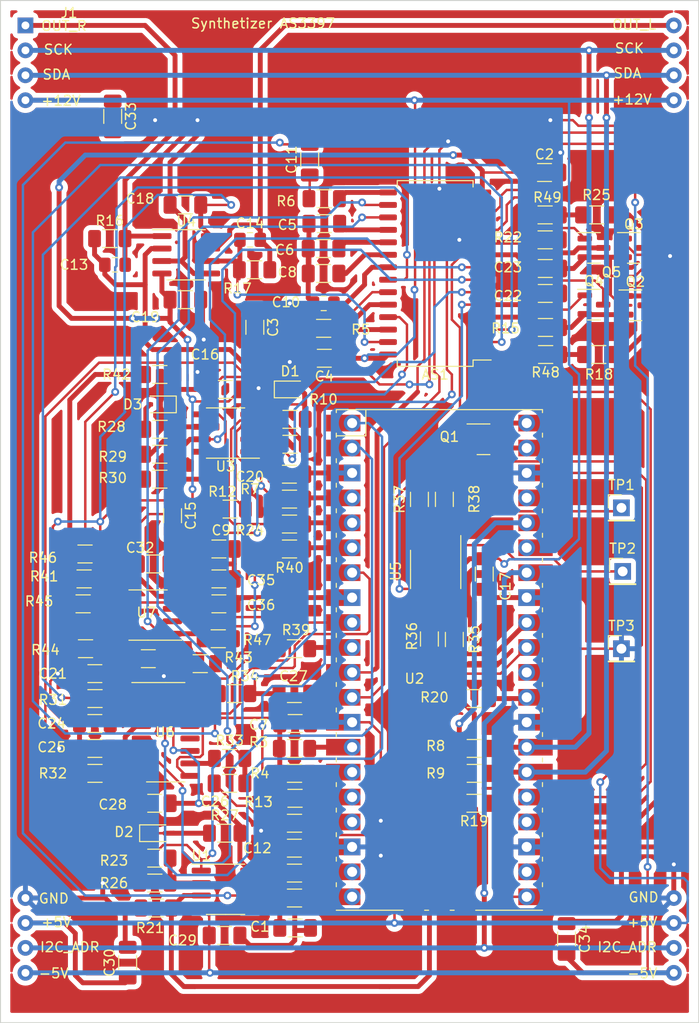
<source format=kicad_pcb>
(kicad_pcb (version 20221018) (generator pcbnew)
  (layers (0 "F.Cu" signal) (31 "B.Cu" signal) (34 "B.Paste" user) (35 "F.Paste" user) (36 "B.SilkS" user "B.Silkscreen") (37 "F.SilkS" user "F.Silkscreen") (38 "B.Mask" user) (39 "F.Mask" user) (44 "Edge.Cuts" user))
  (net 0 "")
  (net 1 "PWM_5V_PAN_CV")
  (net 2 "V_WF_A")
  (net 3 "CTA")
  (net 4 "PWM_DAC_PULSE_WIDTH_A")
  (net 5 "Wave_Select_CV")
  (net 6 "PWM_DAC_PULSE_WIDTH_B")
  (net 7 "CTB")
  (net 8 "GND")
  (net 9 "V_WF_B")
  (net 10 "PWM_5V_MOD_AMOUNT_CV")
  (net 11 "-5V")
  (net 12 "PWM_5V_BALANCE_CV")
  (net 13 "PWM_5V_RESONANCE_CV")
  (net 14 "PWM_5V_FITLER_FREQ_CV")
  (net 15 "PWM_5V_LINEAR_GAIN_CV")
  (net 16 "Output_VCA_L")
  (net 17 "Output_VCA_R")
  (net 18 "DSO")
  (net 19 "+12V")
  (net 20 "Net-(D1-A)")
  (net 21 "Net-(D2-A)")
  (net 22 "PULSE_PIO_FREQ_A")
  (net 23 "PWM_3.3V_PULSE_WIDTH_A_C.V")
  (net 24 "PWM_3.3V_PULSE_WIDTH_B_C.V")
  (net 25 "Net-(U1B-+)")
  (net 26 "PULSE_PIO_FREQ_B")
  (net 27 "Net-(C3-Pad2)")
  (net 28 "Net-(U3A-+)")
  (net 29 "WS_BIT0")
  (net 30 "WS_BIT1")
  (net 31 "V_WF_A_MSB_PWM")
  (net 32 "V_WF_A_LSB_PWM")
  (net 33 "V_WF_B_MSB_PWM")
  (net 34 "V_WF_B_LSB_PWM")
  (net 35 "DSO_MSB_PWM")
  (net 36 "DSO_LSB_PWM")
  (net 37 "PWM_3.3V_PAN_CV")
  (net 38 "PWM_3.3V_MOD_AMOUNT_CV")
  (net 39 "PWM_3.3V_BALANCE_CV")
  (net 40 "PWM_3.3V_RESONANCE_CV")
  (net 41 "PWM_3.3V_FITLER_FREQ_CV")
  (net 42 "PWM_3.3V_LINEAR_GAIN_CV")
  (net 43 "I2C_SDA")
  (net 44 "I2C_SCK")
  (net 45 "ADC_0")
  (net 46 "ADC_1")
  (net 48 "RTA")
  (net 49 "RTB")
  (net 50 "Net-(AS1-VCF_Input)")
  (net 51 "Net-(AS1-CA)")
  (net 52 "Net-(AS1-CB)")
  (net 53 "Net-(AS1-CC)")
  (net 54 "Net-(AS1-CD)")
  (net 55 "Net-(AS1-Pad23)")
  (net 56 "Net-(AS1-Gain_Set)")
  (net 57 "Net-(C11-Pad1)")
  (net 58 "OUT_R")
  (net 59 "Net-(Q3-D)")
  (net 60 "OUT_L")
  (net 61 "+5V")
  (net 62 "Net-(U3B-+)")
  (net 63 "GAMME_A")
  (net 64 "Net-(U7B-+)")
  (net 65 "GAMME_B")
  (net 66 "Net-(U7A-+)")
  (net 67 "Net-(D3-A)")
  (net 68 "VBUS")
  (net 69 "Net-(Q1-G)")
  (net 70 "Net-(Q2-D)")
  (net 71 "+3.3V")
  (net 72 "Net-(U3A--)")
  (net 73 "Net-(U1A-+)")
  (net 74 "Net-(U1A--)")
  (net 75 "Net-(U3B--)")
  (net 76 "Net-(R31-Pad1)")
  (net 77 "Net-(R32-Pad1)")
  (net 78 "Net-(R33-Pad1)")
  (net 79 "Net-(R34-Pad1)")
  (net 80 "Net-(U5A--)")
  (net 81 "Net-(U5B--)")
  (net 82 "Net-(U7B--)")
  (net 83 "Net-(R41-Pad2)")
  (net 84 "Net-(U7A--)")
  (net 85 "Net-(R43-Pad2)")
  (net 88 "I2C_ADR")
  (net 91 "Net-(R18-Pad2)")
  (net 92 "Net-(R25-Pad2)")
  (footprint "Package_TO_SOT_SMD:SOT-23" (layer "F.Cu") (at 139.1905 68.387)
    (fp_text reference "Q5")
    (fp_text value "BS170F" hide)
  )
  (footprint "Capacitor_SMD:C_1206_3216Metric_Pad1.33x1.80mm_HandSolder" (layer "F.Cu") (at 96.266 95.6695 -90)
    (fp_text reference "C15")
    (fp_text value "100nF")
  )
  (footprint "Capacitor_SMD:C_1206_3216Metric_Pad1.33x1.80mm_HandSolder" (layer "F.Cu") (at 108.7505 116.84 180)
    (fp_text reference "C7")
    (fp_text value "3.3nF")
  )
  (footprint "Capacitor_SMD:C_1206_3216Metric_Pad1.33x1.80mm_HandSolder" (layer "F.Cu") (at 108.1655 91.44)
    (fp_text reference "C20")
    (fp_text value "22nF")
  )
  (footprint "Capacitor_SMD:C_1206_3216Metric_Pad1.33x1.80mm_HandSolder" (layer "F.Cu") (at 104.648 76.476 -90)
    (fp_text reference "C3")
    (fp_text value "10uF")
  )
  (footprint "Resistor_SMD:R_1206_3216Metric_Pad1.30x1.75mm_HandSolder" (layer "F.Cu") (at 108.23 85.852)
    (fp_text reference "R10")
    (fp_text value "10k")
  )
  (footprint "Resistor_SMD:R_1206_3216Metric_Pad1.30x1.75mm_HandSolder" (layer "F.Cu") (at 99.086 110.744 180)
    (fp_text reference "R43")
    (fp_text value "10k")
  )
  (footprint "Resistor_SMD:R_1206_3216Metric_Pad1.30x1.75mm_HandSolder" (layer "F.Cu") (at 122.428 108.23 90)
    (fp_text reference "R36")
    (fp_text value "1.2k")
  )
  (footprint "Resistor_SMD:R_1206_3216Metric_Pad1.30x1.75mm_HandSolder" (layer "F.Cu") (at 139.472 65.024 180)
    (fp_text reference "R25")
    (fp_text value "3.6k")
  )
  (footprint "Resistor_SMD:R_1206_3216Metric_Pad1.30x1.75mm_HandSolder" (layer "F.Cu") (at 94.462 130.556 180)
    (fp_text reference "R23")
    (fp_text value "33k")
  )
  (footprint "Resistor_SMD:R_1206_3216Metric_Pad1.30x1.75mm_HandSolder" (layer "F.Cu") (at 87.155936 104.648 180)
    (fp_text reference "R45")
    (fp_text value "28k")
  )
  (footprint "Resistor_SMD:R_1206_3216Metric_Pad1.30x1.75mm_HandSolder" (layer "F.Cu") (at 111.709 63.373 180)
    (fp_text reference "R6")
    (fp_text value "47k")
  )
  (footprint "Resistor_SMD:R_1206_3216Metric_Pad1.30x1.75mm_HandSolder" (layer "F.Cu") (at 108.686 109.22 180)
    (fp_text reference "R39")
    (fp_text value "10k")
  )
  (footprint "Resistor_SMD:R_1206_3216Metric_Pad1.30x1.75mm_HandSolder" (layer "F.Cu") (at 127 119.38)
    (fp_text reference "R8")
    (fp_text value "4k7")
  )
  (footprint "Capacitor_SMD:C_0805_2012Metric_Pad1.18x1.45mm_HandSolder" (layer "F.Cu") (at 111.6615 74.041 180)
    (fp_text reference "C10")
    (fp_text value "470pF")
  )
  (footprint "Package_SO:SOIC-8_3.9x4.9mm_P1.27mm" (layer "F.Cu") (at 93.769936 105.791 180)
    (fp_text reference "U7")
    (fp_text value "MCP6002" hide)
  )
  (footprint "Resistor_SMD:R_1206_3216Metric_Pad1.30x1.75mm_HandSolder" (layer "F.Cu") (at 108.686 121.92 180)
    (fp_text reference "R4")
    (fp_text value "1M")
  )
  (footprint "Resistor_SMD:R_1206_3216Metric_Pad1.30x1.75mm_HandSolder" (layer "F.Cu") (at 124.968 108.282 -90)
    (fp_text reference "R35")
    (fp_text value "3.6k" hide)
  )
  (footprint "Resistor_SMD:R_1206_3216Metric_Pad1.30x1.75mm_HandSolder" (layer "F.Cu") (at 134.246 76.492 180)
    (fp_text reference "R15")
    (fp_text value "422k")
  )
  (footprint "Resistor_SMD:R_1206_3216Metric_Pad1.30x1.75mm_HandSolder" (layer "F.Cu") (at 139.674 79.248 180)
    (fp_text reference "R18")
    (fp_text value "3.6k")
  )
  (footprint "Capacitor_SMD:C_1206_3216Metric_Pad1.33x1.80mm_HandSolder" (layer "F.Cu") (at 136.398 138.789 -90)
    (fp_text reference "C34")
    (fp_text value "10uF")
  )
  (footprint "Capacitor_SMD:C_1206_3216Metric_Pad1.33x1.80mm_HandSolder" (layer "F.Cu") (at 93.796436 110.236)
    (fp_text reference "C31" hide)
    (fp_text value "100nF")
  )
  (footprint "Resistor_SMD:R_1206_3216Metric_Pad1.30x1.75mm_HandSolder" (layer "F.Cu") (at 134.213 65.024 180)
    (fp_text reference "R49")
    (fp_text value "10k")
  )
  (footprint "Capacitor_SMD:C_1206_3216Metric_Pad1.33x1.80mm_HandSolder" (layer "F.Cu") (at 108.7505 137.668 180)
    (fp_text reference "C1")
    (fp_text value "2.2nF")
  )
  (footprint "Capacitor_SMD:C_0805_2012Metric_Pad1.18x1.45mm_HandSolder" (layer "F.Cu") (at 104.1615 67.564)
    (fp_text reference "C14")
    (fp_text value "120pF")
  )
  (footprint "Capacitor_SMD:C_1206_3216Metric_Pad1.33x1.80mm_HandSolder" (layer "F.Cu") (at 91.694 141.202 90)
    (fp_text reference "C30")
    (fp_text value "10uF")
  )
  (footprint "Capacitor_SMD:C_1206_3216Metric_Pad1.33x1.80mm_HandSolder" (layer "F.Cu") (at 101.5615 138.43)
    (fp_text reference "C29")
    (fp_text value "100nF")
  )
  (footprint "Resistor_SMD:R_1206_3216Metric_Pad1.30x1.75mm_HandSolder" (layer "F.Cu") (at 87.35 99.568)
    (fp_text reference "R46")
    (fp_text value "680")
  )
  (footprint "Resistor_SMD:R_1206_3216Metric_Pad1.30x1.75mm_HandSolder" (layer "F.Cu") (at 88.366 121.92 180)
    (fp_text reference "R32")
    (fp_text value "10k")
  )
  (footprint "Resistor_SMD:R_1206_3216Metric_Pad1.30x1.75mm_HandSolder" (layer "F.Cu") (at 108.686 132.08 180)
    (fp_text reference "R1" hide)
    (fp_text value "3k9")
  )
  (footprint "Capacitor_SMD:C_1206_3216Metric_Pad1.33x1.80mm_HandSolder" (layer "F.Cu") (at 100.985436 102.108)
    (fp_text reference "C35")
    (fp_text value "22nF")
  )
  (footprint "Package_SO:SOIC-28W_7.5x18.7mm_P1.27mm" (layer "F.Cu") (at 123.014166 70.993 180)
    (fp_text reference "AS1")
    (fp_text value "AS3397")
  )
  (footprint "Resistor_SMD:R_1206_3216Metric_Pad1.30x1.75mm_HandSolder" (layer "F.Cu") (at 108.686 127 180)
    (fp_text reference "R14" hide)
    (fp_text value "1M")
  )
  (footprint "Capacitor_SMD:C_1206_3216Metric_Pad1.33x1.80mm_HandSolder" (layer "F.Cu") (at 134.2275 70.485)
    (fp_text reference "C23")
    (fp_text value "1.5nF")
  )
  (footprint "Resistor_SMD:R_1206_3216Metric_Pad1.30x1.75mm_HandSolder" (layer "F.Cu") (at 89.871 67.437)
    (fp_text reference "R16")
    (fp_text value "100k")
  )
  (footprint "Capacitor_SMD:C_1206_3216Metric_Pad1.33x1.80mm_HandSolder" (layer "F.Cu") (at 108.6735 113.792)
    (fp_text reference "C27")
    (fp_text value "22nF")
  )
  (footprint "Resistor_SMD:R_1206_3216Metric_Pad1.30x1.75mm_HandSolder" (layer "F.Cu") (at 108.738 124.46 180)
    (fp_text reference "R13")
    (fp_text value "3k9")
  )
  (footprint "Package_SO:SOIC-8_3.9x4.9mm_P1.27mm" (layer "F.Cu") (at 101.665 87.249 180)
    (fp_text reference "U3")
    (fp_text value "MCP6002" hide)
  )
  (footprint "SYNTHFILLE:DIP-16_AS" (layer "F.Cu") (at 81.28 45.72)
    (fp_text reference "J1")
    (fp_text value "ES" hide)
  )
  (footprint "Resistor_SMD:R_1206_3216Metric_Pad1.30x1.75mm_HandSolder" (layer "F.Cu") (at 121.412 94.006 -90)
    (fp_text reference "R38")
    (fp_text value "1.2k")
  )
  (footprint "Package_SO:SOIC-8_3.9x4.9mm_P1.27mm" (layer "F.Cu") (at 97.657 69.088)
    (fp_text reference "U4")
    (fp_text value "MCP6002" hide)
  )
  (footprint "Resistor_SMD:R_1206_3216Metric_Pad1.30x1.75mm_HandSolder" (layer "F.Cu") (at 88.366 114.3 180)
    (fp_text reference "R31")
    (fp_text value "10k")
  )
  (footprint "Diode_SMD:D_SOD-323" (layer "F.Cu") (at 95.0325 84.328 180)
    (fp_text reference "D3")
    (fp_text value "1N4148" hide)
  )
  (footprint "Capacitor_SMD:C_1206_3216Metric_Pad1.33x1.80mm_HandSolder" (layer "F.Cu") (at 94.4495 124.968 180)
    (fp_text reference "C28")
    (fp_text value "100nF" hide)
  )
  (footprint "Capacitor_SMD:C_1206_3216Metric_Pad1.33x1.80mm_HandSolder" (layer "F.Cu") (at 111.7215 65.913 180)
    (fp_text reference "C5")
    (fp_text value "33nF")
  )
  (footprint "Package_SO:SOIC-8_3.9x4.9mm_P1.27mm" (layer "F.Cu") (at 101.665 133.731)
    (fp_text reference "U1")
    (fp_text value "MCP6002" hide)
  )
  (footprint "Resistor_SMD:R_1206_3216Metric_Pad1.30x1.75mm_HandSolder" (layer "F.Cu") (at 123.952 94.006 90)
    (fp_text reference "R37")
    (fp_text value "3.6k")
  )
  (footprint "Resistor_SMD:R_1206_3216Metric_Pad1.30x1.75mm_HandSolder" (layer "F.Cu") (at 94.97 91.948)
    (fp_text reference "R30")
    (fp_text value "1k")
  )
  (footprint "Package_SO:SOIC-8_3.9x4.9mm_P1.27mm" (layer "F.Cu") (at 123.063 101.144 -90)
    (fp_text reference "U5")
    (fp_text value "MCP6002" hide)
  )
  (footprint "Resistor_SMD:R_1206_3216Metric_Pad1.30x1.75mm_HandSolder" (layer "F.Cu") (at 127 121.92)
    (fp_text reference "R9")
    (fp_text value "4k7")
  )
  (footprint "Resistor_SMD:R_1206_3216Metric_Pad1.30x1.75mm_HandSolder" (layer "F.Cu") (at 100.920936 108.204 180)
    (fp_text reference "R47")
    (fp_text value "10k")
  )
  (footprint "Capacitor_SMD:C_1206_3216Metric_Pad1.33x1.80mm_HandSolder" (layer "F.Cu") (at 88.3535 111.76 180)
    (fp_text reference "C21")
    (fp_text value "100nF")
  )
  (footprint "Resistor_SMD:R_1206_3216Metric_Pad1.30x1.75mm_HandSolder" (layer "F.Cu") (at 104.622 70.612)
    (fp_text reference "R17")
    (fp_text value "100k")
  )
  (footprint "Package_TO_SOT_SMD:SOT-23" (layer "F.Cu") (at 143.4115 74.234)
    (fp_text reference "Q2")
    (fp_text value "BS170F" hide)
  )
  (footprint "Resistor_SMD:R_1206_3216Metric_Pad1.30x1.75mm_HandSolder" (layer "F.Cu") (at 108.178 99.06 180)
    (fp_text reference "R40")
    (fp_text value "10k")
  )
  (footprint "Capacitor_SMD:C_1206_3216Metric_Pad1.33x1.80mm_HandSolder" (layer "F.Cu") (at 111.7215 79.629 180)
    (fp_text reference "C4")
    (fp_text value "100nF")
  )
  (footprint "Capacitor_SMD:C_1206_3216Metric_Pad1.33x1.80mm_HandSolder" (layer "F.Cu") (at 111.6445 70.993 180)
    (fp_text reference "C8")
    (fp_text value "33nF")
  )
  (footprint "Capacitor_SMD:C_1206_3216Metric_Pad1.33x1.80mm_HandSolder" (layer "F.Cu") (at 108.6735 129.54 180)
    (fp_text reference "C12")
    (fp_text value "3.3nF")
  )
  (footprint "Resistor_SMD:R_1206_3216Metric_Pad1.30x1.75mm_HandSolder" (layer "F.Cu") (at 108.178 96.52)
    (fp_text reference "R24")
    (fp_text value "10k")
  )
  (footprint "Capacitor_SMD:C_1206_3216Metric_Pad1.33x1.80mm_HandSolder" (layer "F.Cu") (at 94.342936 100.584)
    (fp_text reference "C32")
    (fp_text value "100nF")
  )
  (footprint "Resistor_SMD:R_1206_3216Metric_Pad1.30x1.75mm_HandSolder" (layer "F.Cu") (at 102.082 120.396)
    (fp_text reference "R33")
    (fp_text value "10k")
  )
  (footprint "Package_TO_SOT_SMD:SOT-23" (layer "F.Cu") (at 127.9375 87.884)
    (fp_text reference "Q1")
    (fp_text value "BS170F")
  )
  (footprint "Capacitor_SMD:C_1206_3216Metric_Pad1.33x1.80mm_HandSolder" (layer "F.Cu") (at 100.985436 104.648)
    (fp_text reference "C36")
    (fp_text value "22nF")
  )
  (footprint "Capacitor_SMD:C_0805_2012Metric_Pad1.18x1.45mm_HandSolder" (layer "F.Cu") (at 90.4025 70.104)
    (fp_text reference "C13")
    (fp_text value "120pF")
  )
  (footprint "Resistor_SMD:R_1206_3216Metric_Pad1.30x1.75mm_HandSolder" (layer "F.Cu") (at 126.974 124.968 180)
    (fp_text reference "R19")
    (fp_text value "68k")
  )
  (footprint "Resistor_SMD:R_1206_3216Metric_Pad1.30x1.75mm_HandSolder" (layer "F.Cu") (at 134.265 79.248 180)
    (fp_text reference "R48")
    (fp_text value "10k")
  )
  (footprint "Capacitor_SMD:C_1206_3216Metric_Pad1.33x1.80mm_HandSolder" (layer "F.Cu") (at 134.1505 60.706)
    (fp_text reference "C2")
    (fp_text value "100nF")
  )
  (footprint "Capacitor_SMD:C_1206_3216Metric_Pad1.33x1.80mm_HandSolder" (layer "F.Cu") (at 110.236 59.3975 90)
    (fp_text reference "C11")
    (fp_text value "1uF")
  )
  (footprint "Resistor_SMD:R_1206_3216Metric_Pad1.30x1.75mm_HandSolder" (layer "F.Cu") (at 102.134 94.996 180)
    (fp_text reference "R12")
    (fp_text value "1k")
  )
  (footprint "Resistor_SMD:R_1206_3216Metric_Pad1.30x1.75mm_HandSolder" (layer "F.Cu") (at 108.686 119.38 180)
    (fp_text reference "R3")
    (fp_text value "3k9")
  )
  (footprint "Capacitor_SMD:C_1206_3216Metric_Pad1.33x1.80mm_HandSolder" (layer "F.Cu") (at 102.0695 122.936 180)
    (fp_text reference "C26")
    (fp_text value "22nF")
  )
  (footprint "Capacitor_SMD:C_1206_3216Metric_Pad1.33x1.80mm_HandSolder" (layer "F.Cu") (at 134.2275 73.025)
    (fp_text reference "C22")
    (fp_text value "1.5nF")
  )
  (footprint "Resistor_SMD:R_1206_3216Metric_Pad1.30x1.75mm_HandSolder" (layer "F.Cu") (at 108.178 93.98)
    (fp_text reference "R7")
    (fp_text value "10k")
  )
  (footprint "Capacitor_SMD:C_1206_3216Metric_Pad1.33x1.80mm_HandSolder" (layer "F.Cu") (at 128.016 101.6135 90)
    (fp_text reference "C17")
    (fp_text value "100nF")
  )
  (footprint "Package_SO:SOIC-16_3.9x9.9mm_P1.27mm" (layer "F.Cu") (at 95.569 117.729)
    (fp_text reference "U6")
    (fp_text value "74HC4050")
  )
  (footprint "Package_TO_SOT_SMD:SOT-23" (layer "F.Cu") (at 143.2545 68.387)
    (fp_text reference "Q3")
    (fp_text value "BS170F" hide)
  )
  (footprint "Resistor_SMD:R_1206_3216Metric_Pad1.30x1.75mm_HandSolder" (layer "F.Cu") (at 108.23 88.392 180)
    (fp_text reference "R11" hide)
    (fp_text value "6.8k")
  )
  (footprint "Resistor_SMD:R_1206_3216Metric_Pad1.30x1.75mm_HandSolder" (layer "F.Cu") (at 94.989738 86.868 180)
    (fp_text reference "R28")
    (fp_text value "10k")
  )
  (footprint "Resistor_SMD:R_1206_3216Metric_Pad1.30x1.75mm_HandSolder" (layer "F.Cu") (at 94.97 89.408)
    (fp_text reference "R29")
    (fp_text value "6.8k")
  )
  (footprint "Capacitor_SMD:C_1206_3216Metric_Pad1.33x1.80mm_HandSolder" (layer "F.Cu") (at 97.5745 64.008 180)
    (fp_text reference "C18")
    (fp_text value "100nF")
  )
  (footprint "Capacitor_SMD:C_1206_3216Metric_Pad1.33x1.80mm_HandSolder" (layer "F.Cu") (at 90.17 54.991 -90)
    (fp_text reference "C33")
    (fp_text value "10uF")
  )
  (footprint "Package_TO_SOT_SMD:SOT-23" (layer "F.Cu") (at 139.1905 74.168)
    (fp_text reference "Q4")
    (fp_text value "BS170F" hide)
  )
  (footprint "Capacitor_SMD:C_1206_3216Metric_Pad1.33x1.80mm_HandSolder" (layer "F.Cu") (at 88.3535 116.84 180)
    (fp_text reference "C24")
    (fp_text value "22nF")
  )
  (footprint "Connector_PinHeader_2.54mm:PinHeader_1x01_P2.54mm_Vertical" (layer "F.Cu") (at 142.113 101.346)
    (fp_text reference "TP2")
    (fp_text value "CTB")
  )
  (footprint "Resistor_SMD:R_1206_3216Metric_Pad1.30x1.75mm_HandSolder" (layer "F.Cu") (at 94.462 133.096 180)
    (fp_text reference "R26")
    (fp_text value "33k")
  )
  (footprint "Resistor_SMD:R_1206_3216Metric_Pad1.30x1.75mm_HandSolder" (layer "F.Cu") (at 111.657 76.581)
    (fp_text reference "R5")
    (fp_text value "4.7k")
  )
  (footprint "Resistor_SMD:R_1206_3216Metric_Pad1.30x1.75mm_HandSolder" (layer "F.Cu") (at 94.592 135.636 180)
    (fp_text reference "R21")
    (fp_text value "33k")
  )
  (footprint "Resistor_SMD:R_1206_3216Metric_Pad1.30x1.75mm_HandSolder" (layer "F.Cu") (at 134.215 67.564 180)
    (fp_text reference "R22")
    (fp_text value "422k")
  )
  (footprint "SYNTHFILLE:RPi_Pico_SMD_AS" (layer "F.Cu") (at 123.444 110.363)
    (fp_text reference "U2")
    (fp_text value "Pico")
  )
  (footprint "Resistor_SMD:R_1206_3216Metric_Pad1.30x1.75mm_HandSolder" (layer "F.Cu") (at 87.256936 102.108 180)
    (fp_text reference "R41")
    (fp_text value "22k")
  )
  (footprint "Capacitor_SMD:C_1206_3216Metric_Pad1.33x1.80mm_HandSolder" (layer "F.Cu") (at 97.5745 73.66)
    (fp_text reference "C19")
    (fp_text value "100nF")
  )
  (footprint "Resistor_SMD:R_1206_3216Metric_Pad1.30x1.75mm_HandSolder" (layer "F.Cu") (at 127 114.3 180)
    (fp_text reference "R20")
    (fp_text value "33k")
  )
  (footprint "Resistor_SMD:R_1206_3216Metric_Pad1.30x1.75mm_HandSolder" (layer "F.Cu") (at 94.97 81.28 180)
    (fp_text reference "R42")
    (fp_text value "470")
  )
  (footprint "Capacitor_SMD:C_1206_3216Metric_Pad1.33x1.80mm_HandSolder" (layer "F.Cu") (at 88.3535 119.38 180)
    (fp_text reference "C25")
    (fp_text value "22nF")
  )
  (footprint "Connector_PinHeader_2.54mm:PinHeader_1x01_P2.54mm_Vertical" (layer "F.Cu") (at 141.986 94.869)
    (fp_text reference "TP1")
    (fp_text value "CTA")
  )
  (footprint "Diode_SMD:D_SOD-323" (layer "F.Cu") (at 108.2405 82.804)
    (fp_text reference "D1")
    (fp_text value "1N4148" hide)
  )
  (footprint "Resistor_SMD:R_1206_3216Metric_Pad1.30x1.75mm_HandSolder" (layer "F.Cu") (at 102.59 113.792)
    (fp_text reference "R34")
    (fp_text value "10k")
  )
  (footprint "Resistor_SMD:R_1206_3216Metric_Pad1.30x1.75mm_HandSolder" (layer "F.Cu") (at 101.574 128.016)
    (fp_text reference "R27")
    (fp_text value "1k")
  )
  (footprint "Connector_PinHeader_2.54mm:PinHeader_1x01_P2.54mm_Vertical" (layer "F.Cu") (at 141.986 109.22)
    (fp_text reference "TP3")
    (fp_text value "GND")
  )
  (footprint "Capacitor_SMD:C_1206_3216Metric_Pad1.33x1.80mm_HandSolder" (layer "F.Cu") (at 100.985436 99.06)
    (fp_text reference "C9")
    (fp_text value "22nF")
  )
  (footprint "Diode_SMD:D_SOD-323" (layer "F.Cu") (at 94.5245 128.016)
    (fp_text reference "D2")
    (fp_text value "1N4148" hide)
  )
  (footprint "Capacitor_SMD:C_1206_3216Metric_Pad1.33x1.80mm_HandSolder" (layer "F.Cu") (at 111.6445 68.453)
    (fp_text reference "C6")
    (fp_text value "33nF")
  )
  (footprint "Resistor_SMD:R_1206_3216Metric_Pad1.30x1.75mm_HandSolder" (layer "F.Cu") (at 108.686 134.62 180)
    (fp_text reference "R2" hide)
    (fp_text value "1M")
  )
  (footprint "Capacitor_SMD:C_1206_3216Metric_Pad1.33x1.80mm_HandSolder" (layer "F.Cu") (at 101.6385 82.804 180)
    (fp_text reference "C16")
    (fp_text value "100nF")
  )
  (footprint "Resistor_SMD:R_1206_3216Metric_Pad1.30x1.75mm_HandSolder" (layer "F.Cu") (at 87.402 109.22)
    (fp_text reference "R44")
    (fp_text value "10k")
  )
  (gr_line (start 78.74 43.18) (end 149.86 43.18) (stroke (width 0.1)) (layer "Edge.Cuts"))
  (gr_line (start 149.86 43.18) (end 149.86 147.32) (stroke (width 0.1)) (layer "Edge.Cuts"))
  (gr_line (start 149.86 147.32) (end 78.74 147.32) (stroke (width 0.1)) (layer "Edge.Cuts"))
  (gr_line (start 78.74 147.32) (end 78.74 43.18) (stroke (width 0.1)) (layer "Edge.Cuts"))
  (gr_text "I2C_ADR\n" (at 139.446 140.208) (layer "F.SilkS") (effects (font (size 1 1)) (justify left bottom)))
  (gr_text "+5V\n" (at 142.494 137.668) (layer "F.SilkS") (effects (font (size 1 1)) (justify left bottom)))
  (gr_text "-5V" (at 142.494 142.875) (layer "F.SilkS") (effects (font (size 1 1)) (justify left bottom)))
  (gr_text "SDA" (at 141.097 51.181) (layer "F.SilkS") (effects (font (size 1 1)) (justify left bottom)))
  (gr_text "+12V" (at 82.804 53.975) (layer "F.SilkS") (effects (font (size 1 1)) (justify left bottom)))
  (gr_text "OUT_R" (at 82.804 46.355) (layer "F.SilkS") (effects (font (size 1 1)) (justify left bottom)))
  (gr_text "SDA" (at 82.931 51.308) (layer "F.SilkS") (effects (font (size 1 1)) (justify left bottom)))
  (gr_text "GND" (at 82.55 135.255) (layer "F.SilkS") (effects (font (size 1 1)) (justify left bottom)))
  (gr_text "GND" (at 142.621 135.128) (layer "F.SilkS") (effects (font (size 1 1)) (justify left bottom)))
  (gr_text "OUT_L" (at 140.97 46.228) (layer "F.SilkS") (effects (font (size 1 1)) (justify left bottom)))
  (gr_text "I2C_ADR\n" (at 82.677 140.208) (layer "F.SilkS") (effects (font (size 1 1)) (justify left bottom)))
  (gr_text "-5V" (at 82.55 142.875) (layer "F.SilkS") (effects (font (size 1 1)) (justify left bottom)))
  (gr_text "+12V" (at 140.97 53.848) (layer "F.SilkS") (effects (font (size 1 1)) (justify left bottom)))
  (gr_text "SCK" (at 141.224 48.641) (layer "F.SilkS") (effects (font (size 1 1)) (justify left bottom)))
  (gr_text "Synthetizer AS3397" (at 98.044 46.101) (layer "F.SilkS") (effects (font (size 1 1)) (justify left bottom)))
  (gr_text "SCK" (at 83.058 48.768) (layer "F.SilkS") (effects (font (size 1 1)) (justify left bottom)))
  (gr_text "+5V\n" (at 82.804 137.668) (layer "F.SilkS") (effects (font (size 1 1)) (justify left bottom)))
  (segment (start 89.916 116.84) (end 89.356 116.84) (width 0.5) (layer "F.Cu") (net 1))
  (segment (start 86.816 114.3) (end 84.9376 114.1984) (width 0.25) (layer "F.Cu") (net 1))
  (segment (start 127.814166 77.978) (end 129.794 77.978) (width 0.25) (layer "F.Cu") (net 1))
  (segment (start 89.356 116.84) (end 86.816 114.3) (width 0.5) (layer "F.Cu") (net 1))
  (via (at 129.794 77.978) (size 0.8) (drill 0.4) (layers "F.Cu" "B.Cu") (net 1))
  (via (at 84.9376 114.1984) (size 0.8) (drill 0.4) (layers "F.Cu" "B.Cu") (net 1))
  (segment (start 83.058 112.3188) (end 83.058 69.088) (width 0.25) (layer "B.Cu") (net 1))
  (segment (start 129.794 63.246) (end 129.794 77.978) (width 0.25) (layer "B.Cu") (net 1))
  (segment (start 90.932 61.214) (end 127.762 61.214) (width 0.25) (layer "B.Cu") (net 1))
  (segment (start 83.058 69.088) (end 90.932 61.214) (width 0.25) (layer "B.Cu") (net 1))
  (segment (start 84.9376 114.1984) (end 83.058 112.3188) (width 0.25) (layer "B.Cu") (net 1))
  (segment (start 127.762 61.214) (end 129.794 63.246) (width 0.25) (layer "B.Cu") (net 1))
  (segment (start 107.188 116.84) (end 107.188 121.868) (width 0.5) (layer "F.Cu") (net 2))
  (segment (start 101.258272 116.269) (end 100.584 116.943272) (width 0.25) (layer "F.Cu") (net 2))
  (segment (start 127.814166 76.708) (end 130.81 76.708) (width 0.25) (layer "F.Cu") (net 2))
  (segment (start 106.617 116.269) (end 101.258272 116.269) (width 0.25) (layer "F.Cu") (net 2))
  (segment (start 107.188 116.84) (end 106.617 116.269) (width 0.25) (layer "F.Cu") (net 2))
  (segment (start 107.188 121.868) (end 107.136 121.92) (width 0.5) (layer "F.Cu") (net 2))
  (segment (start 100.584 116.943272) (end 100.584 117.856) (width 0.25) (layer "F.Cu") (net 2))
  (via (at 130.81 76.708) (size 0.8) (drill 0.4) (layers "F.Cu" "B.Cu") (net 2))
  (via (at 100.584 117.856) (size 0.8) (drill 0.4) (layers "F.Cu" "B.Cu") (net 2))
  (segment (start 85.344 117.856) (end 100.584 117.856) (width 0.25) (layer "B.Cu") (net 2))
  (segment (start 82.042 66.802) (end 82.042 114.554) (width 0.25) (layer "B.Cu") (net 2))
  (segment (start 129.286 59.944) (end 88.9 59.944) (width 0.25) (layer "B.Cu") (net 2))
  (segment (start 82.042 114.554) (end 85.344 117.856) (width 0.25) (layer "B.Cu") (net 2))
  (segment (start 130.81 76.708) (end 130.81 61.468) (width 0.25) (layer "B.Cu") (net 2))
  (segment (start 130.81 61.468) (end 129.286 59.944) (width 0.25) (layer "B.Cu") (net 2))
  (segment (start 82.042 66.802) (end 88.9 59.944) (width 0.25) (layer "B.Cu") (net 2))
  (segment (start 132.665 73.025) (end 133.98 71.71) (width 0.25) (layer "F.Cu") (net 3))
  (segment (start 139.274 71.71) (end 140.128 72.564) (width 0.25) (layer "F.Cu") (net 3))
  (segment (start 131.522 74.168) (end 132.665 73.025) (width 0.5) (layer "F.Cu") (net 3))
  (segment (start 133.98 71.71) (end 139.274 71.71) (width 0.25) (layer "F.Cu") (net 3))
  (segment (start 140.128 72.564) (end 140.128 74.168) (width 0.25) (layer "F.Cu") (net 3))
  (segment (start 127.814166 74.168) (end 125.73 74.168) (width 0.25) (layer "F.Cu") (net 3))
  (segment (start 119.38 103.124) (end 120.663 103.124) (width 0.25) (layer "F.Cu") (net 3))
  (segment (start 127.814166 74.168) (end 131.522 74.168) (width 0.5) (layer "F.Cu") (net 3))
  (segment (start 120.663 103.124) (end 121.158 103.619) (width 0.25) (layer "F.Cu") (net 3))
  (via (at 119.38 103.124) (size 0.8) (drill 0.4) (layers "F.Cu" "B.Cu") (net 3))
  (via (at 125.73 74.168) (size 0.8) (drill 0.4) (layers "F.Cu" "B.Cu") (net 3))
  (segment (start 125.73 74.168) (end 125.73 83.462727) (width 0.25) (layer "B.Cu") (net 3))
  (segment (start 119.38 89.812726) (end 125.73 83.462727) (width 0.25) (layer "B.Cu") (net 3))
  (segment (start 119.38 89.812726) (end 119.38 103.124) (width 0.25) (layer "B.Cu") (net 3))
  (segment (start 107.696 89.154) (end 105.156 89.154) (width 0.25) (layer "F.Cu") (net 4))
  (segment (start 108.458 89.916) (end 107.696 89.154) (width 0.25) (layer "F.Cu") (net 4))
  (segment (start 105.918 89.154) (end 106.68 88.392) (width 0.5) (layer "F.Cu") (net 4))
  (segment (start 127.814166 72.898) (end 125.73 72.898) (width 0.25) (layer "F.Cu") (net 4))
  (segment (start 105.156 89.154) (end 105.918 89.154) (width 0.5) (layer "F.Cu") (net 4))
  (segment (start 104.14 89.154) (end 105.156 89.154) (width 0.5) (layer "F.Cu") (net 4))
  (via (at 108.458 89.916) (size 0.8) (drill 0.4) (layers "F.Cu" "B.Cu") (net 4))
  (via (at 125.73 72.898) (size 0.8) (drill 0.4) (layers "F.Cu" "B.Cu") (net 4))
  (segment (start 108.712 84.836) (end 108.712 89.662) (width 0.25) (layer "B.Cu") (net 4))
  (segment (start 118.872 80.01) (end 116.84 82.042) (width 0.25) (layer "B.Cu") (net 4))
  (segment (start 122.936 78.994) (end 121.92 80.01) (width 0.25) (layer "B.Cu") (net 4))
  (segment (start 124.46 72.898) (end 122.936 74.422) (width 0.25) (layer "B.Cu") (net 4))
  (segment (start 111.506 82.042) (end 108.712 84.836) (width 0.25) (layer "B.Cu") (net 4))
  (segment (start 108.712 89.662) (end 108.458 89.916) (width 0.25) (layer "B.Cu") (net 4))
  (segment (start 116.84 82.042) (end 111.506 82.042) (width 0.25) (layer "B.Cu") (net 4))
  (segment (start 122.936 74.422) (end 122.936 78.994) (width 0.25) (layer "B.Cu") (net 4))
  (segment (start 125.73 72.898) (end 124.46 72.898) (width 0.25) (layer "B.Cu") (net 4))
  (segment (start 121.92 80.01) (end 118.872 80.01) (width 0.25) (layer "B.Cu") (net 4))
  (segment (start 99.19 130.686) (end 99.19 131.826) (width 0.25) (layer "F.Cu") (net 5))
  (segment (start 127.814166 71.628) (end 125.73 71.628) (width 0.25) (layer "F.Cu") (net 5))
  (segment (start 100.33 130.048) (end 99.692 130.686) (width 0.25) (layer "F.Cu") (net 5))
  (segment (start 99.692 130.686) (end 99.19 130.686) (width 0.25) (layer "F.Cu") (net 5))
  (segment (start 94.488 130.048) (end 95.32 129.216) (width 0.25) (layer "F.Cu") (net 5))
  (segment (start 92.912 133.096) (end 93.472 133.096) (width 0.25) (layer "F.Cu") (net 5))
  (segment (start 95.32 129.216) (end 97.72 129.216) (width 0.25) (layer "F.Cu") (net 5))
  (segment (start 93.472 133.096) (end 94.488 132.08) (width 0.25) (layer "F.Cu") (net 5))
  (segment (start 94.488 132.08) (end 94.488 130.048) (width 0.25) (layer "F.Cu") (net 5))
  (segment (start 97.72 129.216) (end 99.19 130.686) (width 0.25) (layer "F.Cu") (net 5))
  (via (at 100.33 130.048) (size 0.8) (drill 0.4) (layers "F.Cu" "B.Cu") (net 5))
  (via (at 125.73 71.628) (size 0.8) (drill 0.4) (layers "F.Cu" "B.Cu") (net 5))
  (segment (start 101.346 73.787) (end 101.346 70.612) (width 0.25) (layer "B.Cu") (net 5))
  (segment (start 103.378 101.981) (end 102.616 101.219) (width 0.25) (layer "B.Cu") (net 5))
  (segment (start 102.616 101.219) (end 102.616 75.057) (width 0.25) (layer "B.Cu") (net 5))
  (segment (start 125.73 71.628) (end 118.491 71.628) (width 0.25) (layer "B.Cu") (net 5))
  (segment (start 103.378 68.58) (end 115.443 68.58) (width 0.25) (layer "B.Cu") (net 5))
  (segment (start 100.33 121.412) (end 103.378 118.364) (width 0.25) (layer "B.Cu") (net 5))
  (segment (start 115.443 68.58) (end 118.491 71.628) (width 0.25) (layer "B.Cu") (net 5))
  (segment (start 102.616 75.057) (end 101.346 73.787) (width 0.25) (layer "B.Cu") (net 5))
  (segment (start 101.346 70.612) (end 103.378 68.58) (width 0.25) (layer "B.Cu") (net 5))
  (segment (start 103.378 118.364) (end 103.378 101.981) (width 0.25) (layer "B.Cu") (net 5))
  (segment (start 100.33 130.048) (end 100.33 121.412) (width 0.25) (layer "B.Cu") (net 5))
  (segment (start 99.19 87.884) (end 98.044 87.884) (width 0.5) (layer "F.Cu") (net 6))
  (segment (start 98.044 87.884) (end 96.52 89.408) (width 0.5) (layer "F.Cu") (net 6))
  (segment (start 127.814166 70.358) (end 125.73 70.358) (width 0.25) (layer "F.Cu") (net 6))
  (segment (start 100.838 87.884) (end 99.19 87.884) (width 0.25) (layer "F.Cu") (net 6))
  (via (at 125.73 70.358) (size 0.8) (drill 0.4) (layers "F.Cu" "B.Cu") (net 6))
  (via (at 100.838 87.884) (size 0.8) (drill 0.4) (layers "F.Cu" "B.Cu") (net 6))
  (segment (start 101.6 77.216) (end 101.6 87.122) (width 0.25) (layer "B.Cu") (net 6))
  (segment (start 101.6 87.122) (end 100.838 87.884) (width 0.25) (layer "B.Cu") (net 6))
  (segment (start 100.076 75.692) (end 101.6 77.216) (width 0.25) (layer "B.Cu") (net 6))
  (segment (start 102.743 67.437) (end 100.076 70.104) (width 0.25) (layer "B.Cu") (net 6))
  (segment (start 125.73 70.358) (end 118.999 70.358) (width 0.25) (layer "B.Cu") (net 6))
  (segment (start 116.078 67.437) (end 102.743 67.437) (width 0.25) (layer "B.Cu") (net 6))
  (segment (start 100.076 70.104) (end 100.076 75.692) (width 0.25) (layer "B.Cu") (net 6))
  (segment (start 118.999 70.358) (end 116.078 67.437) (width 0.25) (layer "B.Cu") (net 6))
  (segment (start 125.539 91.503) (end 123.952 89.916) (width 0.25) (layer "F.Cu") (net 7))
  (segment (start 122.428 98.669) (end 122.428 96.378173) (width 0.25) (layer "F.Cu") (net 7))
  (segment (start 123.952 86.423) (end 125.539 84.836) (width 0.25) (layer "F.Cu") (net 7))
  (segment (start 125.539 76.517) (end 124.714 75.692) (width 0.25) (layer "F.Cu") (net 7))
  (segment (start 137.114972 68.889) (end 137.616972 68.387) (width 0.5) (layer "F.Cu") (net 7))
  (segment (start 137.616972 68.387) (end 140.128 68.387) (width 0.5) (layer "F.Cu") (net 7))
  (segment (start 125.73 69.088) (end 127.814166 69.088) (width 0.25) (layer "F.Cu") (net 7))
  (segment (start 122.428 96.378173) (end 122.612 96.194173) (width 0.25) (layer "F.Cu") (net 7))
  (segment (start 134.261 68.889) (end 137.114972 68.889) (width 0.5) (layer "F.Cu") (net 7))
  (segment (start 131.268 69.088) (end 132.665 70.485) (width 0.5) (layer "F.Cu") (net 7))
  (segment (start 125.539 93.409) (end 125.539 91.503) (width 0.25) (layer "F.Cu") (net 7))
  (segment (start 123.444 93.98) (end 124.968 93.98) (width 0.25) (layer "F.Cu") (net 7))
  (segment (start 132.665 70.485) (end 134.261 68.889) (width 0.5) (layer "F.Cu") (net 7))
  (segment (start 122.612 94.812) (end 123.444 93.98) (width 0.25) (layer "F.Cu") (net 7))
  (segment (start 124.968 93.98) (end 125.539 93.409) (width 0.25) (layer "F.Cu") (net 7))
  (segment (start 125.539 84.836) (end 125.539 76.517) (width 0.25) (layer "F.Cu") (net 7))
  (segment (start 127.814166 69.088) (end 131.268 69.088) (width 0.5) (layer "F.Cu") (net 7))
  (segment (start 122.612 96.194173) (end 122.612 94.812) (width 0.25) (layer "F.Cu") (net 7))
  (segment (start 124.714 70.104) (end 125.73 69.088) (width 0.25) (layer "F.Cu") (net 7))
  (segment (start 123.952 89.916) (end 123.952 86.423) (width 0.25) (layer "F.Cu") (net 7))
  (segment (start 124.714 75.692) (end 124.714 70.104) (width 0.25) (layer "F.Cu") (net 7))
  (segment (start 121.158 100.975) (end 121.783 101.6) (width 0.25) (layer "F.Cu") (net 8))
  (segment (start 130.302 65.659) (end 130.302 64.008) (width 0.25) (layer "F.Cu") (net 8))
  (segment (start 140.9065 73.2155) (end 140.843 73.152) (width 0.25) (layer "F.Cu") (net 8))
  (segment (start 140.9065 71.247) (end 140.9065 73.2155) (width 0.25) (layer "F.Cu") (net 8))
  (segment (start 136.879 76.492) (end 138.253 75.118) (width 0.5) (layer "F.Cu") (net 8))
  (segment (start 114.554 116.713) (end 110.44 116.713) (width 0.5) (layer "F.Cu") (net 8))
  (segment (start 86.791 116.84) (end 86.791 119.38) (width 0.5) (layer "F.Cu") (net 8))
  (segment (start 94.234 55.372) (end 94.488 55.372) (width 0.5) (layer "F.Cu") (net 8))
  (segment (start 137.668 104.902) (end 137.668 109.22) (width 0.25) (layer "F.Cu") (net 8))
  (segment (start 95.905436 100.584) (end 102.547936 100.584) (width 0.5) (layer "F.Cu") (net 8))
  (segment (start 98.425 70.993) (end 99.06 70.993) (width 0.5) (layer "F.Cu") (net 8))
  (segment (start 110.624 74.041) (end 108.204 74.041) (width 0.5) (layer "F.Cu") (net 8))
  (segment (start 126.365 91.313) (end 132.334 91.313) (width 0.25) (layer "F.Cu") (net 8))
  (segment (start 99.137 71.07) (end 99.06 70.993) (width 0.5) (layer "F.Cu") (net 8))
  (segment (start 132.334 129.413) (end 142.113 129.413) (width 0.5) (layer "F.Cu") (net 8))
  (segment (start 96.52 82.804) (end 96.52 83.8905) (width 0.5) (layer "F.Cu") (net 8))
  (segment (start 128.016 103.176) (end 128.016 104.14) (width 0.5) (layer "F.Cu") (net 8))
  (segment (start 114.554 116.713) (end 116.332 116.713) (width 0.25) (layer "F.Cu") (net 8))
  (segment (start 142.5375 91.313) (end 144.0615 92.837) (width 0.25) (layer "F.Cu") (net 8))
  (segment (start 110.082 70.993) (end 110.082 68.453) (width 0.5) (layer "F.Cu") (net 8))
  (segment (start 117.475 130.302) (end 116.586 129.413) (width 0.25) (layer "F.Cu") (net 8))
  (segment (start 98.806 56.896) (end 98.806 55.372) (width 0.5) (layer "F.Cu") (net 8))
  (segment (start 133.9469 66.9163) (end 133.9469 63.5889) (width 0.25) (layer "F.Cu") (net 8))
  (segment (start 140.9065 71.247) (end 143.383 71.247) (width 0.25) (layer "F.Cu") (net 8))
  (segment (start 81.28 134.62) (end 89.154 134.62) (width 0.5) (layer "F.Cu") (net 8))
  (segment (start 142.317 69.337) (end 141.097 69.337) (width 0.5) (layer "F.Cu") (net 8))
  (segment (start 108.204 80.01) (end 109.778 80.01) (width 0.5) (layer "F.Cu") (net 8))
  (segment (start 146.939 59.563) (end 143.319 55.943) (width 0.25) (layer "F.Cu") (net 8))
  (segment (start 141.986 136.398) (end 141.395 136.989) (width 0.5) (layer "F.Cu") (net 8))
  (segment (start 135.713 58.724) (end 135.763 58.674) (width 0.5) (layer "F.Cu") (net 8))
  (segment (start 122.428 106.68) (end 122.428 107.696) (width 0.5) (layer "F.Cu") (net 8))
  (segment (start 99.137 73.66) (end 99.137 71.07) (width 0.5) (layer "F.Cu") (net 8))
  (segment (start 91.948 128.016) (end 89.154 130.81) (width 0.5) (layer "F.Cu") (net 8))
  (segment (start 140.843 73.152) (end 140.843 69.464) (width 0.25) (layer "F.Cu") (net 8))
  (segment (start 105.283 126.619) (end 105.283 127.762) (width 0.25) (layer "F.Cu") (net 8))
  (segment (start 114.554 104.013) (end 103.182936 104.013) (width 0.5) (layer "F.Cu") (net 8))
  (segment (start 121.158 95.81) (end 121.412 95.556) (width 0.5) (layer "F.Cu") (net 8))
  (segment (start 110.44 116.713) (end 110.313 116.84) (width 0.5) (layer "F.Cu") (net 8))
  (segment (start 140.9065 69.5275) (end 140.9065 71.247) (width 0.25) (layer "F.Cu") (net 8))
  (segment (start 127.814166 66.548) (end 129.413 66.548) (width 0.25) (layer "F.Cu") (net 8))
  (segment (start 96.266 100.223436) (end 95.905436 100.584) (width 0.25) (layer "F.Cu") (net 8))
  (segment (start 121.783 101.6) (end 121.783 105.019) (width 0.25) (layer "F.Cu") (net 8))
  (segment (start 89.154 134.62) (end 89.408 134.62) (width 0.5) (layer "F.Cu") (net 8))
  (segment (start 141.478 73.787) (end 140.9065 73.2155) (width 0.25) (layer "F.Cu") (net 8))
  (segment (start 89.408 134.62) (end 90.424 135.636) (width 0.5) (layer "F.Cu") (net 8))
  (segment (start 138.319 75.184) (end 138.253 75.118) (width 0.5) (layer "F.Cu") (net 8))
  (segment (start 141.986 129.54) (end 141.986 136.398) (width 0.5) (layer "F.Cu") (net 8))
  (segment (start 147.32 131.191) (end 145.542 129.413) (width 0.5) (layer "F.Cu") (net 8))
  (segment (start 143.6805 109.22) (end 141.986 109.22) (width 0.25) (layer "F.Cu") (net 8))
  (segment (start 89.154 130.81) (end 89.154 133.096) (width 0.5) (layer "F.Cu") (net 8))
  (segment (start 122.936 108.204) (end 126.492 108.204) (width 0.5) (layer "F.Cu") (net 8))
  (segment (start 104.14 139.446) (end 103.124 138.43) (width 0.5) (layer "F.Cu") (net 8))
  (segment (start 135.79 70.485) (end 137.105 70.485) (width 0.5) (layer "F.Cu") (net 8))
  (segment (start 122.428 107.696) (end 122.936 108.204) (width 0.5) (layer "F.Cu") (net 8))
  (segment (start 92.887 124.968) (end 92.887 127.866) (width 0.5) (layer "F.Cu") (net 8))
  (segment (start 135.796 76.492) (end 136.879 76.492) (width 0.5) (layer "F.Cu") (net 8))
  (segment (start 110.236 113.792) (end 110.236 116.763) (width 0.5) (layer "F.Cu") (net 8))
  (segment (start 103.182936 104.013) (end 102.547936 104.648) (width 0.5) (layer "F.Cu") (net 8))
  (segment (start 108.712 137.922) (end 108.712 138.938) (width 0.5) (layer "F.Cu") (net 8))
  (segment (start 84.582 111.76) (end 83.82 112.522) (width 0.25) (layer "F.Cu") (net 8))
  (segment (start 100.507 122.936) (end 102.793 125.222) (width 0.25) (layer "F.Cu") (net 8))
  (segment (start 134.5946 67.564) (end 135.765 67.564) (width 0.25) (layer "F.Cu") (net 8))
  (segment (start 110.236 129.54) (end 109.982 129.54) (width 0.5) (layer "F.Cu") (net 8))
  (segment (start 91.44 139.148) (end 91.694 139.402) (width 0.5) (layer "F.Cu") (net 8))
  (segment (start 140.843 69.464) (end 140.716 69.337) (width 0.25) (layer "F.Cu") (net 8))
  (segment (start 144.0615 92.837) (end 144.0615 108.839) (width 0.25) (layer "F.Cu") (net 8))
  (segment (start 92.456 128.016) (end 91.948 128.016) (width 0.5) (layer "F.Cu") (net 8))
  (segment (start 89.154 133.096) (end 89.154 134.62) (width 0.5) (layer "F.Cu") (net 8))
  (segment (start 133.985 74.83) (end 135.79 73.025) (width 0.25) (layer "F.Cu") (net 8))
  (segment (start 86.791 111.76) (end 84.582 111.76) (width 0.25) (layer "F.Cu") (net 8))
  (segment (start 132.334 104.013) (end 128.143 104.013) (width 0.5) (layer "F.Cu") (net 8))
  (segment (start 133.604 63.246) (end 133.9469 63.5889) (width 0.25) (layer "F.Cu") (net 8))
  (segment (start 126.492 66.548) (end 125.476 67.564) (width 0.25) (layer "F.Cu") (net 8))
  (segment (start 132.334 104.013) (end 136.779 104.013) (width 0.25) (layer "F.Cu") (net 8))
  (segment (start 136.652 116.713) (end 132.334 116.713) (width 0.25) (layer "F.Cu") (net 8))
  (segment (start 137.604 55.943) (end 137.033 55.372) (width 0.25) (layer "F.Cu") (net 8))
  (segment (start 99.06 70.993) (end 100.132 70.993) (width 0.5) (layer "F.Cu") (net 8))
  (segment (start 123.444 62.357) (end 123.444 58.42) (width 0.25) (layer "F.Cu") (net 8))
  (segment (start 98.552 82.804) (end 98.552 81.28) (width 0.25) (layer "F.Cu") (net 8))
  (segment (start 128.143 104.013) (end 128.016 104.14) (width 0.5) (layer "F.Cu") (net 8))
  (segment (start 137.668 109.22) (end 137.668 115.697) (width 0.25) (layer "F.Cu") (net 8))
  (segment (start 124.968 89.916) (end 124.968 86.868) (width 0.25) (layer "F.Cu") (net 8))
  (segment (start 110.363 129.413) (end 110.236 129.54) (width 0.5) (layer "F.Cu") (net 8))
  (segment (start 130.302 64.008) (end 131.064 63.246) (width 0.25) (layer "F.Cu") (net 8))
  (segment (start 95.358936 110.236) (end 95.358936 111.995936) (width 0.25) (layer "F.Cu") (net 8))
  (segment (start 137.033 55.372) (end 134.747 55.372) (width 0.25) (layer "F.Cu") (net 8))
  (segment (start 136.779 104.013) (end 137.668 104.902) (width 0.25) (layer "F.Cu") (net 8))
  (segment (start 95.182 69.723) (end 97.155 69.723) (width 0.5) (layer "F.Cu") (net 8))
  (segment (start 93.094 124.761) (end 92.887 124.968) (width 0.5) (layer "F.Cu") (net 8))
  (segment (start 103.886 125.222) (end 105.283 126.619) (width 0.25) (layer "F.Cu") (net 8))
  (segment (start 146.05 70.104) (end 146.939 69.215) (width 0.25) (layer "F.Cu") (net 8))
  (segment (start 135.713 60.706) (end 135.713 58.724) (width 0.5) (layer "F.Cu") (net 8))
  (segment (start 106.753 82.804) (end 107.1905 82.804) (width 0.25) (layer "F.Cu") (net 8))
  (segment (start 105.029 81.534) (end 105.483 81.534) (width 0.25) (layer "F.Cu") (net 8))
  (segment (start 142.474 75.184) (end 141.478 75.184) (width 0.5) (layer "F.Cu") (net 8))
  (segment (start 127.635 84.201) (end 132.207 84.201) (width 0.25) (layer "F.Cu") (net 8))
  (segment (start 110.082 73.499) (end 110.624 74.041) (width 0.5) (layer "F.Cu") (net 8))
  (segment (start 116.332 116.713) (end 117.475 117.856) (width 0.25) (layer "F.Cu") (net 8))
  (segment (start 144.526 70.104) (end 146.05 70.104) (width 0.25) (layer "F.Cu") (net 8))
  (segment (start 144.0615 108.839) (end 143.6805 109.22) (width 0.25) (layer "F.Cu") (net 8))
  (segment (start 122.428 105.664) (end 122.428 106.68) (width 0.25) (layer "F.Cu") (net 8))
  (segment (start 96.52 81.28) (end 96.52 82.804) (width 0.5) (layer "F.Cu") (net 8))
  (segment (start 121.783 105.019) (end 122.428 105.664) (width 0.25) (layer "F.Cu") (net 8))
  (segment (start 110.059 137.922) (end 108.712 137.922) (width 0.5) (layer "F.Cu") (net 8))
  (segment (start 110.159 70.916) (end 110.082 70.993) (width 0.5) (layer "F.Cu") (net 8))
  (segment (start 126.492 108.204) (end 128.016 106.68) (width 0.5) (layer "F.Cu") (net 8))
  (segment (start 101.346 81.534) (end 105.029 81.534) (width 0.25) (layer "F.Cu") (net 8))
  (segment (start 91.44 135.636) (end 91.44 139.148) (width 0.5) (layer "F.Cu") (net 8))
  (segment (start 143.319 55.943) (end 137.604 55.943) (width 0.25) (layer "F.Cu") (net 8))
  (segment (start 124.968 86.868) (end 127.635 84.201) (width 0.25) (layer "F.Cu") (net 8))
  (segment (start 141.986 109.22) (end 137.668 109.22) (width 0.25) (layer "F.Cu") (net 8))
  (segment (start 132.207 84.201) (end 133.985 82.423) (width 0.25) (layer "F.Cu") (net 8))
  (segment (start 126.365 91.313) (end 124.968 89.916) (width 0.25) (layer "F.Cu") (net 8))
  (segment (start 133.985 82.423) (end 133.985 74.83) (width 0.25) (layer "F.Cu") (net 8))
  (segment (start 137.668 115.697) (end 136.652 116.713) (width 0.25) (layer "F.Cu") (net 8))
  (segment (start 140.716 69.337) (end 138.253 69.337) (width 0.5) (layer "F.Cu") (net 8))
  (segment (start 131.064 63.246) (end 133.604 63.246) (width 0.25) (layer "F.Cu") (net 8))
  (segment (start 128.016 104.14) (end 128.016 106.68) (width 0.5) (layer "F.Cu") (net 8))
  (segment (start 141.097 69.337) (end 140.716 69.337) (width 0.5) (layer "F.Cu") (net 8))
  (segment (start 123.444 58.42) (end 124.333 57.531) (width 0.25) (layer "F.Cu") (net 8))
  (segment (start 114.554 91.313) (end 109.855 91.313) (width 0.5) (layer "F.Cu") (net 8))
  (segment (start 108.712 130.81) (end 108.712 137.922) (width 0.5) (layer "F.Cu") (net 8))
  (segment (start 141.986 129.54) (end 142.113 129.413) (width 0.5) (layer "F.Cu") (net 8))
  (segment (start 147.32 134.62) (end 147.32 131.191) (width 0.5) (layer "F.Cu") (net 8))
  (segment (start 96.266 97.232) (end 96.266 100.223436) (width 0.25) (layer "F.Cu") (net 8))
  (segment (start 110.236 116.763) (end 110.313 116.84) (width 0.5) (layer "F.Cu") (net 8))
  (segment (start 85.344 116.84) (end 86.791 116.84) (width 0.25) (layer "F.Cu") (net 8))
  (segment (start 121.158 98.669) (end 121.158 100.975) (width 0.25) (layer "F.Cu") (net 8))
  (segment (start 91.44 135.636) (end 93.042 135.636) (width 0.5) (layer "F.Cu") (net 8))
  (segment (start 109.855 91.313) (end 109.728 91.44) (width 0.5) (layer "F.Cu") (net 8))
  (segment (start 110.159 65.913) (end 110.159 70.916) (width 0.5) (layer "F.Cu") (net 8))
  (segment (start 99.441 73.964) (end 99.137 73.66) (width 0.25) (layer "F.Cu") (net 8))
  (segment (start 108.204 139.446) (end 104.14 139.446) (width 0.5) (layer "F.Cu") (net 8))
  (segment (start 96.52 83.8905) (end 96.0825 84.328) (width 0.5) (layer "F.Cu") (net 8))
  (segment (start 121.158 98.669) (end 121.158 95.81) (width 0.5) (layer "F.Cu") (net 8))
  (segment (start 109.778 80.01) (end 110.159 79.629) (width 0.5) (layer "F.Cu") (net 8))
  (segment (start 86.791 119.38) (end 84.709 119.38) (width 0.5) (layer "F.Cu") (net 8))
  (segment (start 93.094 122.174) (end 93.094 124.761) (width 0.5) (layer "F.Cu") (net 8))
  (segment (start 92.837 56.769) (end 94.234 55.372) (width 0.5) (layer "F.Cu") (net 8))
  (segment (start 132.334 91.313) (end 142.5375 91.313) (width 0.25) (layer "F.Cu") (net 8))
  (segment (start 141.478 75.184) (end 138.319 75.184) (width 0.5) (layer "F.Cu") (net 8))
  (segment (start 141.395 136.989) (end 136.398 136.989) (width 0.5) (layer "F.Cu") (net 8))
  (segment (start 105.483 81.534) (end 106.753 82.804) (width 0.25) (layer "F.Cu") (net 8))
  (segment (start 109.982 129.54) (end 108.712 130.81) (width 0.5) (layer "F.Cu") (net 8))
  (segment (start 99.441 77.724) (end 99.441 73.964) (width 0.25) (layer "F.Cu") (net 8))
  (segment (start 97.155 69.723) (end 98.425 70.993) (width 0.5) (layer "F.Cu") (net 8))
  (segment (start 141.478 75.184) (end 141.478 73.787) (width 0.25) (layer "F.Cu") (net 8))
  (segment (start 102.547936 99.06) (end 102.547936 100.584) (width 0.5) (layer "F.Cu") (net 8))
  (segment (start 95.358936 111.995936) (end 95.377 112.014) (width 0.25) (layer "F.Cu") (net 8))
  (segment (start 108.712 138.938) (end 108.204 139.446) (width 0.5) (layer "F.Cu") (net 8))
  (segment (start 145.542 129.413) (end 142.113 129.413) (width 0.5) (layer "F.Cu") (net 8))
  (segment (start 102.793 125.222) (end 103.886 125.222) (width 0.25) (layer "F.Cu") (net 8))
  (segment (start 102.547936 100.584) (end 102.547936 104.648) (width 0.5) (layer "F.Cu") (net 8))
  (segment (start 143.383 71.247) (end 144.526 70.104) (width 0.25) (layer "F.Cu") (net 8))
  (segment (start 100.076 82.804) (end 98.552 82.804) (width 0.5) (layer "F.Cu") (net 8))
  (segment (start 114.554 129.413) (end 110.363 129.413) (width 0.5) (layer "F.Cu") (net 8))
  (segment (start 97.536 65.532) (end 97.536 69.342) (width 0.5) (layer "F.Cu") (net 8))
  (segment (start 134.5946 67.564) (end 133.9469 66.9163) (width 0.25) (layer "F.Cu") (net 8))
  (segment (start 90.192 56.769) (end 92.837 56.769) (width 0.5) (layer "F.Cu") (net 8))
  (segment (start 96.012 64.008) (end 96.012 59.69) (width 0.5) (layer "F.Cu") (net 8))
  (segment (start 98.552 81.28) (end 98.806 81.026) (width 0.25) (layer "F.Cu") (net 8))
  (segment (start 141.097 69.337) (end 140.9065 69.5275) (width 0.25) (layer "F.Cu") (net 8))
  (segment (start 116.586 129.413) (end 114.554 129.413) (width 0.25) (layer "F.Cu") (net 8))
  (segment (start 83.82 115.316) (end 85.344 116.84) (width 0.25) (layer "F.Cu") (net 8))
  (segment (start 127.814166 66.548) (end 126.492 66.548) (width 0.25) (layer "F.Cu") (net 8))
  (segment (start 97.536 69.342) (end 97.155 69.723) (width 0.5) (layer "F.Cu") (net 8))
  (segment (start 137.105 70.485) (end 138.253 69.337) (width 0.5) (layer "F.Cu") (net 8))
  (segment (start 93.037 128.016) (end 92.456 128.016) (width 0.5) (layer "F.Cu") (net 8))
  (segment (start 90.424 135.636) (end 91.44 135.636) (width 0.5) (layer "F.Cu") (net 8))
  (segment (start 117.475 117.856) (end 117.475 126.746) (width 0.25) (layer "F.Cu") (net 8))
  (segment (start 83.82 112.522) (end 83.82 115.316) (width 0.25) (layer "F.Cu") (net 8))
  (segment (start 96.012 64.008) (end 97.536 65.532) (width 0.5) (layer "F.Cu") (net 8))
  (segment (start 110.082 70.993) (end 110.082 73.499) (width 0.5) (layer "F.Cu") (net 8))
  (segment (start 105.029 82.677) (end 105.029 81.534) (width 0.25) (layer "F.Cu") (net 8))
  (segment (start 98.552 82.804) (end 96.52 82.804) (width 0.5) (layer "F.Cu") (net 8))
  (segment (start 100.076 82.804) (end 101.346 81.534) (width 0.25) (layer "F.Cu") (net 8))
  (segment (start 129.413 66.548) (end 130.302 65.659) (width 0.25) (layer "F.Cu") (net 8))
  (segment (start 96.012 59.69) (end 98.806 56.896) (width 0.5) (layer "F.Cu") (net 8))
  (segment (start 110.313 137.668) (end 110.059 137.922) (width 0.5) (layer "F.Cu") (net 8))
  (segment (start 92.887 127.866) (end 93.037 128.016) (width 0.5) (layer "F.Cu") (net 8))
  (segment (start 146.939 69.215) (end 146.939 59.563) (width 0.25) (layer "F.Cu") (net 8))
  (segment (start 92.456 128.016) (end 93.4745 128.016) (width 0.5) (layer "F.Cu") (net 8))
  (via (at 108.204 74.041) (size 0.8) (drill 0.4) (layers "F.Cu" "B.Cu") (net 8))
  (via (at 108.204 80.01) (size 0.8) (drill 0.4) (layers "F.Cu" "B.Cu") (net 8))
  (via (at 98.806 81.026) (size 0.8) (drill 0.4) (layers "F.Cu" "B.Cu") (net 8))
  (via (at 99.441 77.724) (size 0.8) (drill 0.4) (layers "F.Cu" "B.Cu") (net 8))
  (via (at 125.476 67.564) (size 0.8) (drill 0.4) (layers "F.Cu" "B.Cu") (net 8))
  (via (at 84.709 119.38) (size 0.8) (drill 0.4) (layers "F.Cu" "B.Cu") (net 8))
  (via (at 146.939 69.215) (size 0.8) (drill 0.4) (layers "F.Cu" "B.Cu") (net 8))
  (via (at 147.32 131.191) (size 0.8) (drill 0.4) (layers "F.Cu" "B.Cu") (net 8))
  (via (at 105.029 82.677) (size 0.8) (drill 0.4) (layers "F.Cu" "B.Cu") (net 8))
  (via (at 94.488 55.372) (size 0.8) (drill 0.4) (layers "F.Cu" "B.Cu") (net 8))
  (via (at 98.806 55.372) (size 0.8) (drill 0.4) (layers "F.Cu" "B.Cu") (net 8))
  (via (at 124.333 57.531) (size 0.8) (drill 0.4) (layers "F.Cu" "B.Cu") (net 8))
  (via (at 117.475 126.746) (size 0.8) (drill 0.4) (layers "F.Cu" "B.Cu") (net 8))
  (via (at 84.582 111.76) (size 0.8) (drill 0.4) (layers "F.Cu" "B.Cu") (net 8))
  (via (at 105.283 127.762) (size 0.8) (drill 0.4) (layers "F.Cu" "B.Cu") (net 8))
  (via (at 95.377 112.014) (size 0.8) (drill 0.4) (layers "F.Cu" "B.Cu") (net 8))
  (via (at 123.444 62.357) (size 0.8) (drill 0.4) (layers "F.Cu" "B.Cu") (net 8))
  (via (at 117.475 130.302) (size 0.8) (drill 0.4) (layers "F.Cu" "B.Cu") (net 8))
  (via (at 134.747 55.372) (size 0.8) (drill 0.4) (layers "F.Cu" "B.Cu") (net 8))
  (via (at 135.763 58.674) (size 0.8) (drill 0.4) (layers "F.Cu" "B.Cu") (net 8))
  (via (at 89.154 133.096) (size 0.8) (drill 0.4) (layers "F.Cu" "B.Cu") (net 8))
  (segment (start 146.939 130.81) (end 147.32 131.191) (width 0.25) (layer "B.Cu") (net 8))
  (segment (start 137.033 131.191) (end 137.033 135.91) (width 0.5) (layer "B.Cu") (net 8))
  (segment (start 103.632 135.91) (end 117.475 135.91) (width 0.5) (layer "B.Cu") (net 8))
  (segment (start 130.302 117.475) (end 131.064 116.713) (width 0.5) (layer "B.Cu") (net 8))
  (segment (start 105.029 81.026) (end 105.029 82.677) (width 0.25) (layer "B.Cu") (net 8))
  (segment (start 84.709 119.38) (end 84.709 128.651) (width 0.5) (layer "B.Cu") (net 8))
  (segment (start 117.475 135.91) (end 137.033 135.91) (width 0.5) (layer "B.Cu") (net 8))
  (segment (start 84.836 112.014) (end 84.582 111.76) (width 0.25) (layer "B.Cu") (net 8))
  (segment (start 125.476 67.564) (end 125.476 64.389) (width 0.25) (layer "B.Cu") (net 8))
  (segment (start 117.475 126.746) (end 117.475 130.302) (width 0.25) (layer "B.Cu") (net 8))
  (segment (start 103.632 135.91) (end 103.632 134.112) (width 0.25) (layer "B.Cu") (net 8))
  (segment (start 112.522 91.948) (end 113.157 91.313) (width 0.25) (layer "B.Cu") (net 8))
  (segment (start 131.191 129.413) (end 132.334 129.413) (width 0.25) (layer "B.Cu") (net 8))
  (segment (start 105.283 127.762) (end 106.934 129.413) (width 0.25) (layer "B.Cu") (net 8))
  (segment (start 99.441 80.391) (end 99.441 77.724) (width 0.25) (layer "B.Cu") (net 8))
  (segment (start 84.709 128.651) (end 89.154 133.096) (width 0.5) (layer "B.Cu") (net 8))
  (segment (start 135.763 56.388) (end 134.747 55.372) (width 0.5) (layer "B.Cu") (net 8))
  (segment (start 102.87 133.35) (end 97.028 133.35) (width 0.25) (layer "B.Cu") (net 8))
  (segment (start 114.554 104.013) (end 113.665 104.013) (width 0.25) (layer "B.Cu") (net 8))
  (segment (start 146.939 69.215) (end 146.939 130.81) (width 0.25) (layer "B.Cu") (net 8))
  (segment (start 135.255 129.413) (end 137.033 131.191) (width 0.5) (layer "B.Cu") (net 8))
  (segment (start 135.763 58.674) (end 135.763 56.388) (width 0.5) (layer "B.Cu") (net 8))
  (segment (start 103.632 134.112) (end 102.87 133.35) (width 0.25) (layer "B.Cu") (net 8))
  (segment (start 95.377 112.014) (end 84.836 112.014) (width 0.25) (layer "B.Cu") (net 8))
  (segment (start 130.302 128.778) (end 130.937 129.413) (width 0.5) (layer "B.Cu") (net 8))
  (segment (start 130.302 117.475) (end 130.302 128.778) (width 0.5) (layer "B.Cu") (net 8))
  (segment (start 114.554 116.713) (end 113.03 116.713) (width 0.25) (layer "B.Cu") (net 8))
  (segment (start 82.57 135.91) (end 103.632 135.91) (width 0.5) (layer "B.Cu") (net 8))
  (segment (start 113.03 116.713) (end 112.522 116.205) (width 0.25) (layer "B.Cu") (net 8))
  (segment (start 81.28 134.62) (end 82.57 135.91) (width 0.5) (layer "B.Cu") (net 8))
  (segment (start 137.033 135.91) (end 146.03 135.91) (width 0.5) (layer "B.Cu") (net 8))
  (segment (start 98.806 55.372) (end 94.488 55.372) (width 0.5) (layer "B.Cu") (net 8))
  (segment (start 98.806 81.026) (end 99.441 80.391) (width 0.25) (layer "B.Cu") (net 8))
  (segment (start 117.475 130.302) (end 117.475 135.91) (width 0.25) (layer "B.Cu") (net 8))
  (segment (start 134.747 55.372) (end 124.333 55.372) (width 0.5) (layer "B.Cu") (net 8))
  (segment (start 106.045 80.01) (end 105.029 81.026) (width 0.25) (layer "B.Cu") (net 8))
  (segment (start 112.522 102.87) (end 112.522 101.854) (width 0.25) (layer "B.Cu") (net 8))
  (segment (start 146.03 135.91) (end 147.32 134.62) (width 0.5) (layer "B.Cu") (net 8))
  (segment (start 112.522 101.854) (end 112.522 116.205) (width 0.25) (layer "B.Cu") (net 8))
  (segment (start 108.204 80.01) (end 106.045 80.01) (width 0.25) (layer "B.Cu") (net 8))
  (segment (start 124.333 57.531) (end 124.333 55.372) (width 0.25) (layer "B.Cu") (net 8))
  (segment (start 113.157 91.313) (end 114.554 91.313) (width 0.25) (layer "B.Cu") (net 8))
  (segment (start 130.937 129.413) (end 135.001 129.413) (width 0.5) (layer "B.Cu") (net 8))
  (segment (start 125.476 64.389) (end 123.444 62.357) (width 0.25) (layer "B.Cu") (net 8))
  (segment (start 124.333 55.372) (end 98.806 55.372) (width 0.5) (layer "B.Cu") (net 8))
  (segment (start 97.028 133.35) (end 96.774 133.096) (width 0.25) (layer "B.Cu") (net 8))
  (segment (start 112.522 101.854) (end 112.522 91.948) (width 0.25) (layer "B.Cu") (net 8))
  (segment (start 131.064 116.713) (end 132.334 116.713) (width 0.5) (layer "B.Cu") (net 8))
  (segment (start 132.334 129.413) (end 135.255 129.413) (width 0.5) (layer "B.Cu") (net 8))
  (segment (start 96.774 133.096) (end 89.154 133.096) (width 0.25) (layer "B.Cu") (net 8))
  (segment (start 106.934 129.413) (end 114.554 129.413) (width 0.25) (layer "B.Cu") (net 8))
  (segment (start 131.064 129.54) (end 131.191 129.413) (width 0.25) (layer "B.Cu") (net 8))
  (segment (start 113.665 104.013) (end 112.522 102.87) (width 0.25) (layer "B.Cu") (net 8))
  (segment (start 108.204 74.041) (end 108.204 80.01) (width 0.5) (layer "B.Cu") (net 8))
  (segment (start 124.206 67.31) (end 126.238 65.278) (width 0.25) (layer "F.Cu") (net 9))
  (segment (start 105.41 117.094) (end 105.41 122.682) (width 0.25) (layer "F.Cu") (net 9))
  (segment (start 126.238 65.278) (end 127.814166 65.278) (width 0.25) (layer "F.Cu") (net 9))
  (segment (start 107.188 129.463) (end 107.111 129.54) (width 0.5) (layer "F.Cu") (net 9))
  (segment (start 124.206 80.772) (end 124.206 67.31) (width 0.25) (layer "F.Cu") (net 9))
  (segment (start 107.188 124.46) (end 107.188 129.463) (width 0.5) (layer "F.Cu") (net 9))
  (segment (start 105.41 122.682) (end 107.188 124.46) (width 0.25) (layer "F.Cu") (net 9))
  (segment (start 124.714 83.312) (end 124.714 81.28) (width 0.25) (layer "F.Cu") (net 9))
  (segment (start 124.714 81.28) (end 124.206 80.772) (width 0.25) (layer "F.Cu") (net 9))
  (via (at 105.41 117.094) (size 0.8) (drill 0.4) (layers "F.Cu" "B.Cu") (net 9))
  (via (at 124.714 83.312) (size 0.8) (drill 0.4) (layers "F.Cu" "B.Cu") (net 9))
  (segment (start 111.76 110.744) (end 109.474 113.03) (width 0.25) (layer "B.Cu") (net 9))
  (segment (start 109.474 113.03) (end 106.426 113.03) (width 0.25) (layer "B.Cu") (net 9))
  (segment (start 111.76 84.836) (end 111.76 110.744) (width 0.25) (layer "B.Cu") (net 9))
  (segment (start 106.426 113.03) (end 105.41 114.046) (width 0.25) (layer "B.Cu") (net 9))
  (segment (start 112.522 84.074) (end 111.76 84.836) (width 0.25) (layer "B.Cu") (net 9))
  (segment (start 123.952 84.074) (end 112.522 84.074) (width 0.25) (layer "B.Cu") (net 9))
  (segment (start 105.41 114.046) (end 105.41 117.094) (width 0.25) (layer "B.Cu") (net 9))
  (segment (start 124.714 83.312) (end 123.952 84.074) (width 0.25) (layer "B.Cu") (net 9))
  (segment (start 122.428 66.548) (end 122.428 81.026) (width 0.25) (layer "F.Cu") (net 10))
  (segment (start 117.348 82.296) (end 120.396 82.296) (width 0.25) (layer "F.Cu") (net 10))
  (segment (start 124.968 64.008) (end 122.428 66.548) (width 0.25) (layer "F.Cu") (net 10))
  (segment (start 102.432 80.08) (end 103.3145 80.9625) (width 0.25) (layer "F.Cu") (net 10))
  (segment (start 89.356 119.38) (end 86.816 121.92) (width 0.5) (layer "F.Cu") (net 10))
  (segment (start 85.344 121.92) (end 83.312 119.888) (width 0.25) (layer "F.Cu") (net 10))
  (segment (start 122.428 81.026) (end 122.428 82.296) (width 0.25) (layer "F.Cu") (net 10))
  (segment (start 122.428 81.026) (end 122.428 82.042) (width 0.25) (layer "F.Cu") (net 10))
  (segment (start 122.428 82.042) (end 122.682 82.296) (width 0.25) (layer "F.Cu") (net 10))
  (segment (start 86.816 121.92) (end 85.344 121.92) (width 0.25) (layer "F.Cu") (net 10))
  (segment (start 83.312 85.546828) (end 88.778828 80.08) (width 0.25) (layer "F.Cu") (net 10))
  (segment (start 89.916 119.38) (end 89.356 119.38) (width 0.5) (layer "F.Cu") (net 10))
  (segment (start 116.0145 80.9625) (end 117.348 82.296) (width 0.25) (layer "F.Cu") (net 10))
  (segment (start 127.814166 64.008) (end 124.968 64.008) (width 0.25) (layer "F.Cu") (net 10))
  (segment (start 103.3145 80.9625) (end 116.0145 80.9625) (width 0.25) (layer "F.Cu") (net 10))
  (segment (start 88.778828 80.08) (end 102.432 80.08) (width 0.25) (layer "F.Cu") (net 10))
  (segment (start 83.312 119.888) (end 83.312 85.546828) (width 0.25) (layer "F.Cu") (net 10))
  (via (at 120.396 82.296) (size 0.8) (drill 0.4) (layers "F.Cu" "B.Cu") (net 10))
  (via (at 122.428 82.296) (size 0.8) (drill 0.4) (layers "F.Cu" "B.Cu") (net 10))
  (segment (start 120.396 82.296) (end 121.666 82.296) (width 0.25) (layer "B.Cu") (net 10))
  (segment (start 121.666 82.296) (end 122.428 82.296) (width 0.25) (layer "B.Cu") (net 10))
  (segment (start 121.666 82.296) (end 122.682 82.296) (width 0.25) (layer "B.Cu") (net 10))
  (segment (start 99.999 142.063) (end 99.999 138.43) (width 0.25) (layer "F.Cu") (net 11))
  (segment (start 98.298 83.82) (end 98.507 84.029) (width 0.25) (layer "F.Cu") (net 11))
  (segment (start 92.780436 101.924436) (end 94.742 103.886) (width 0.5) (layer "F.Cu") (net 11))
  (segment (start 127.814166 60.504166) (end 126.238 58.928) (width 0.5) (layer "F.Cu") (net 11))
  (segment (start 92.780436 96.576564) (end 92.780436 100.584) (width 0.25) (layer "F.Cu") (net 11))
  (segment (start 96.012 75.057) (end 96.012 73.66) (width 0.5) (layer "F.Cu") (net 11))
  (segment (start 96.012 73.66) (end 96.012 75.946) (width 0.5) (layer "F.Cu") (net 11))
  (segment (start 92.780436 100.584) (end 92.780436 101.924436) (width 0.5) (layer "F.Cu") (net 11))
  (segment (start 100.076 142.24) (end 99.999 142.063) (width 0.25) (layer "F.Cu") (net 11))
  (segment (start 104.14 83.743) (end 104.14 85.344) (width 0.25) (layer "F.Cu") (net 11))
  (segment (start 98.298 92.964) (end 98.298 94.361) (width 0.25) (layer "F.Cu") (net 11))
  (segment (start 99.999 136.445) (end 99.19 135.636) (width 0.25) (layer "F.Cu") (net 11))
  (segment (start 95.182 70.993) (end 95.182 72.83) (width 0.5) (layer "F.Cu") (net 11))
  (segment (start 95.758 75.565) (end 96.012 75.819) (width 0.5) (layer "F.Cu") (net 11))
  (segment (start 98.507 84.029) (end 101.976 84.029) (width 0.25) (layer "F.Cu") (net 11))
  (segment (start 103.201 82.804) (end 104.14 83.743) (width 0.25) (layer "F.Cu") (net 11))
  (segment (start 144.653 142.24) (end 138.049 142.24) (width 0.5) (layer "F.Cu") (net 11))
  (segment (start 97.155 95.504) (end 93.853 95.504) (width 0.25) (layer "F.Cu") (net 11))
  (segment (start 99.999 138.43) (end 99.999 136.445) (width 0.25) (layer "F.Cu") (net 11))
  (segment (start 96.012 73.66) (end 96.012 75.819) (width 0.5) (layer "F.Cu") (net 11))
  (segment (start 95.182 72.83) (end 96.012 73.66) (width 0.5) (layer "F.Cu") (net 11))
  (segment (start 96.012 75.946) (end 97.79 77.724) (width 0.5) (layer "F.Cu") (net 11))
  (segment (start 101.976 84.029) (end 103.201 82.804) (width 0.25) (layer "F.Cu") (net 11))
  (segment (start 94.742 103.886) (end 96.244936 103.886) (width 0.5) (layer "F.Cu") (net 11))
  (segment (start 144.653 142.24) (end 147.32 142.24) (width 0.5) (layer "F.Cu") (net 11))
  (segment (start 132.588 60.706) (end 127.814166 60.706) (width 0.25) (layer "F.Cu") (net 11))
  (segment (start 84.709 62.23) (end 84.709 74.295) (width 0.5) (layer "F.Cu") (net 11))
  (segment (start 138.049 142.24) (end 136.398 140.589) (width 0.5) (layer "F.Cu") (net 11))
  (segment (start 127.814166 60.706) (end 127.814166 60.504166) (width 0.5) (layer "F.Cu") (net 11))
  (segment (start 133.477 57.785) (end 141.859 57.785) (width 0.25) (layer "F.Cu") (net 11))
  (segment (start 141.859 57.785) (end 143.383 59.309) (width 0.25) (layer "F.Cu") (net 11))
  (segment (start 93.853 95.504) (end 92.780436 96.576564) (width 0.25) (layer "F.Cu") (net 11))
  (segment (start 127.814166 62.738) (end 127.814166 60.706) (width 0.5) (layer "F.Cu") (net 11))
  (segment (start 143.383 59.309) (end 143.383 63.754) (width 0.25) (layer "F.Cu") (net 11))
  (segment (start 98.298 94.361) (end 97.155 95.504) (width 0.25) (layer "F.Cu") (net 11))
  (segment (start 132.588 58.674) (end 133.477 57.785) (width 0.25) (layer "F.Cu") (net 11))
  (segment (start 94.615 75.565) (end 95.758 75.565) (width 0.5) (layer "F.Cu") (net 11))
  (segment (start 96.012 75.057) (end 96.012 75.946) (width 0.25) (layer "F.Cu") (net 11))
  (segment (start 144.653 131.445) (end 144.653 142.24) (width 0.25) (layer "F.Cu") (net 11))
  (segment (start 85.979 75.565) (end 92.202 75.565) (width 0.5) (layer "F.Cu") (net 11))
  (segment (start 96.012 75.819) (end 96.012 75.946) (width 0.5) (layer "F.Cu") (net 11))
  (segment (start 132.588 60.706) (end 132.588 58.674) (width 0.25) (layer "F.Cu") (net 11))
  (segment (start 126.238 58.928) (end 124.841 58.928) (width 0.5) (layer "F.Cu") (net 11))
  (segment (start 84.709 74.295) (end 85.979 75.565) (width 0.5) (layer "F.Cu") (net 11))
  (via (at 84.709 62.23) (size 0.8) (drill 0.4) (layers "F.Cu" "B.Cu") (net 11))
  (via (at 98.298 83.82) (size 0.8) (drill 0.4) (layers "F.Cu" "B.Cu") (net 11))
  (via (at 92.202 75.565) (size 0.8) (drill 0.4) (layers "F.Cu" "B.Cu") (net 11))
  (via (at 144.653 131.445) (size 0.8) (drill 0.4) (layers "F.Cu" "B.Cu") (net 11))
  (via (at 143.383 63.754) (size 0.8) (drill 0.4) (layers "F.Cu" "B.Cu") (net 11))
  (via (at 124.841 58.928) (size 0.8) (drill 0.4) (layers "F.Cu" "B.Cu") (net 11))
  (via (at 94.615 75.565) (size 0.8) (drill 0.4) (layers "F.Cu" "B.Cu") (net 11))
  (via (at 98.298 92.964) (size 0.8) (drill 0.4) (layers "F.Cu" "B.Cu") (net 11))
  (via (at 100.076 142.24) (size 0.8) (drill 0.4) (layers "F.Cu" "B.Cu") (net 11))
  (via (at 97.79 77.724) (size 0.8) (drill 0.4) (layers "F.Cu" "B.Cu") (net 11))
  (segment (start 144.653 131.445) (end 144.653 81.661) (width 0.25) (layer "B.Cu") (net 11))
  (segment (start 84.836 61.468) (end 84.709 61.595) (width 0.5) (layer "B.Cu") (net 11))
  (segment (start 84.709 61.595) (end 84.709 62.23) (width 0.5) (layer "B.Cu") (net 11))
  (segment (start 144.653 81.661) (end 143.383 80.391) (width 0.25) (layer "B.Cu") (net 11))
  (segment (start 92.202 75.565) (end 94.615 75.565) (width 0.5) (layer "B.Cu") (net 11))
  (segment (start 97.79 83.312) (end 98.298 83.82) (width 0.25) (layer "B.Cu") (net 11))
  (segment (start 100.076 142.24) (end 81.28 142.24) (width 0.5) (layer "B.Cu") (net 11))
  (segment (start 124.841 58.928) (end 87.376 58.928) (width 0.5) (layer "B.Cu") (net 11))
  (segment (start 97.79 77.724) (end 97.79 83.312) (width 0.25) (layer "B.Cu") (net 11))
  (segment (start 147.32 142.24) (end 100.076 142.24) (width 0.5) (layer "B.Cu") (net 11))
  (segment (start 87.376 58.928) (end 84.836 61.468) (width 0.5) (layer "B.Cu") (net 11))
  (segment (start 143.383 80.391) (end 143.383 63.754) (width 0.25) (layer "B.Cu") (net 11))
  (segment (start 98.298 92.964) (end 98.298 83.82) (width 0.25) (layer "B.Cu") (net 11))
  (segment (start 94.996 107.696) (end 96.244936 107.696) (width 0.25) (layer "F.Cu") (net 12))
  (segment (start 118.214166 64.008) (end 115.824 64.008) (width 0.25) (layer "F.Cu") (net 12))
  (segment (start 96.244936 107.696) (end 98.862936 107.696) (width 0.5) (layer "F.Cu") (net 12))
  (segment (start 93.726 106.426) (end 94.996 107.696) (width 0.25) (layer "F.Cu") (net 12))
  (segment (start 115.824 64.008) (end 115.57 63.754) (width 0.25) (layer "F.Cu") (net 12))
  (via (at 93.726 106.426) (size 0.8) (drill 0.4) (layers "F.Cu" "B.Cu") (net 12))
  (via (at 115.57 63.754) (size 0.8) (drill 0.4) (layers "F.Cu" "B.Cu") (net 12))
  (segment (start 93.726 78.867) (end 96.901 75.692) (width 0.25) (layer "B.Cu") (net 12))
  (segment (start 115.57 63.754) (end 113.411 63.754) (width 0.25) (layer "B.Cu") (net 12))
  (segment (start 98.425 65.278) (end 111.887 65.278) (width 0.25) (layer "B.Cu") (net 12))
  (segment (start 93.726 106.426) (end 93.726 78.867) (width 0.25) (layer "B.Cu") (net 12))
  (segment (start 113.411 63.754) (end 111.887 65.278) (width 0.25) (layer "B.Cu") (net 12))
  (segment (start 96.901 66.802) (end 98.425 65.278) (width 0.25) (layer "B.Cu") (net 12))
  (segment (start 96.901 75.692) (end 96.901 66.802) (width 0.25) (layer "B.Cu") (net 12))
  (segment (start 101.854 117.602) (end 101.854 118.618) (width 0.25) (layer "F.Cu") (net 13))
  (segment (start 103.632 120.396) (end 103.632 122.936) (width 0.5) (layer "F.Cu") (net 13))
  (segment (start 101.854 118.618) (end 103.632 120.396) (width 0.25) (layer "F.Cu") (net 13))
  (segment (start 118.214166 65.278) (end 115.57 65.278) (width 0.25) (layer "F.Cu") (net 13))
  (via (at 115.57 65.278) (size 0.8) (drill 0.4) (layers "F.Cu" "B.Cu") (net 13))
  (via (at 101.854 117.602) (size 0.8) (drill 0.4) (layers "F.Cu" "B.Cu") (net 13))
  (segment (start 97.917 67.691) (end 99.3775 66.2305) (width 0.25) (layer "B.Cu") (net 13))
  (segment (start 114.6175 66.2305) (end 115.57 65.278) (width 0.25) (layer "B.Cu") (net 13))
  (segment (start 97.917 75.946) (end 97.917 67.691) (width 0.25) (layer "B.Cu") (net 13))
  (segment (start 94.742 104.902) (end 94.742 79.121) (width 0.25) (layer "B.Cu") (net 13))
  (segment (start 99.3775 66.2305) (end 114.6175 66.2305) (width 0.25) (layer "B.Cu") (net 13))
  (segment (start 101.854 117.602) (end 101.854 112.014) (width 0.25) (layer "B.Cu") (net 13))
  (segment (start 101.854 112.014) (end 94.742 104.902) (width 0.25) (layer "B.Cu") (net 13))
  (segment (start 94.742 79.121) (end 97.917 75.946) (width 0.25) (layer "B.Cu") (net 13))
  (segment (start 86.614 104.648) (end 87.376 103.886) (width 0.25) (layer "F.Cu") (net 14))
  (segment (start 91.239936 106.371) (end 87.328936 106.371) (width 0.5) (layer "F.Cu") (net 14))
  (segment (start 91.294936 106.426) (end 91.239936 106.371) (width 0.5) (layer "F.Cu") (net 14))
  (segment (start 119.888 71.628) (end 118.214166 71.628) (width 0.25) (layer "F.Cu") (net 14))
  (segment (start 120.142 69.088) (end 120.142 71.374) (width 0.25) (layer "F.Cu") (net 14))
  (segment (start 87.376 86.106) (end 90.424 83.058) (width 0.25) (layer "F.Cu") (net 14))
  (segment (start 120.142 71.374) (end 119.888 71.628) (width 0.25) (layer "F.Cu") (net 14))
  (segment (start 87.328936 106.371) (end 85.605936 104.648) (width 0.5) (layer "F.Cu") (net 14))
  (segment (start 85.605936 104.648) (end 86.614 104.648) (width 0.25) (layer "F.Cu") (net 14))
  (segment (start 87.376 103.886) (end 87.376 86.106) (width 0.25) (layer "F.Cu") (net 14))
  (via (at 120.142 69.088) (size 0.8) (drill 0.4) (layers "F.Cu" "B.Cu") (net 14))
  (via (at 90.424 83.058) (size 0.8) (drill 0.4) (layers "F.Cu" "B.Cu") (net 14))
  (segment (start 92.71 62.23) (end 90.551 64.389) (width 0.25) (layer "B.Cu") (net 14))
  (segment (start 120.142 69.088) (end 120.142 63.5) (width 0.25) (layer "B.Cu") (net 14))
  (segment (start 90.551 64.389) (end 90.551 70.231) (width 0.25) (layer "B.Cu") (net 14))
  (segment (start 90.424 70.358) (end 90.424 83.058) (width 0.25) (layer "B.Cu") (net 14))
  (segment (start 118.872 62.23) (end 92.71 62.23) (width 0.25) (layer "B.Cu") (net 14))
  (segment (start 120.142 63.5) (end 118.872 62.23) (width 0.25) (layer "B.Cu") (net 14))
  (segment (start 90.551 70.231) (end 90.424 70.358) (width 0.25) (layer "B.Cu") (net 14))
  (segment (start 104.648 112.014) (end 104.648 113.284) (width 0.25) (layer "F.Cu") (net 15))
  (segment (start 104.648 113.284) (end 104.14 113.792) (width 0.25) (layer "F.Cu") (net 15))
  (segment (start 119.634 81.28) (end 120.142 80.518) (width 0.25) (layer "F.Cu") (net 15))
  (segment (start 119.38 75.438) (end 118.214166 75.438) (width 0.25) (layer "F.Cu") (net 15))
  (segment (start 120.142 76.2) (end 119.38 75.438) (width 0.25) (layer "F.Cu") (net 15))
  (segment (start 106.603 113.792) (end 104.14 113.792) (width 0.5) (layer "F.Cu") (net 15))
  (segment (start 120.142 80.518) (end 120.142 76.2) (width 0.25) (layer "F.Cu") (net 15))
  (via (at 104.648 112.014) (size 0.8) (drill 0.4) (layers "F.Cu" "B.Cu") (net 15))
  (via (at 119.634 81.28) (size 0.8) (drill 0.4) (layers "F.Cu" "B.Cu") (net 15))
  (segment (start 111.76 83.312) (end 110.744 84.328) (width 0.25) (layer "B.Cu") (net 15))
  (segment (start 106.172 112.014) (end 104.648 112.014) (width 0.25) (layer "B.Cu") (net 15))
  (segment (start 110.744 107.188) (end 110.871 107.315) (width 0.25) (layer "B.Cu") (net 15))
  (segment (start 110.871 107.315) (end 106.172 112.014) (width 0.25) (layer "B.Cu") (net 15))
  (segment (start 119.634 81.28) (end 119.634 81.534) (width 0.25) (layer "B.Cu") (net 15))
  (segment (start 117.856 83.312) (end 111.76 83.312) (width 0.25) (layer "B.Cu") (net 15))
  (segment (start 110.744 84.328) (end 110.744 107.188) (width 0.25) (layer "B.Cu") (net 15))
  (segment (start 119.634 81.534) (end 117.856 83.312) (width 0.25) (layer "B.Cu") (net 15))
  (segment (start 90.424 72.136) (end 93.472 72.136) (width 0.5) (layer "F.Cu") (net 16))
  (segment (start 88.321 69.06) (end 89.365 70.104) (width 0.5) (layer "F.Cu") (net 16))
  (segment (start 93.472 77.978) (end 93.472 72.136) (width 0.5) (layer "F.Cu") (net 16))
  (segment (start 108.204 78.232) (end 106.172 80.264) (width 0.5) (layer "F.Cu") (net 16))
  (segment (start 103.632 80.264) (end 102.108 78.74) (width 0.5) (layer "F.Cu") (net 16))
  (segment (start 88.321 67.437) (end 88.321 69.06) (width 0.5) (layer "F.Cu") (net 16))
  (segment (start 113.570949 78.232) (end 108.204 78.232) (width 0.5) (layer "F.Cu") (net 16))
  (segment (start 94.234 78.74) (end 93.472 77.978) (width 0.5) (layer "F.Cu") (net 16))
  (segment (start 93.472 69.088) (end 93.472 72.136) (width 0.5) (layer "F.Cu") (net 16))
  (segment (start 94.107 68.453) (end 93.472 69.088) (width 0.5) (layer "F.Cu") (net 16))
  (segment (start 95.182 68.453) (end 94.107 68.453) (width 0.5) (layer "F.Cu") (net 16))
  (segment (start 89.365 71.077) (end 89.365 70.104) (width 0.5) (layer "F.Cu") (net 16))
  (segment (start 102.108 78.74) (end 94.234 78.74) (width 0.5) (layer "F.Cu") (net 16))
  (segment (start 115.094949 76.708) (end 113.570949 78.232) (width 0.5) (layer "F.Cu") (net 16))
  (segment (start 90.424 72.136) (end 89.365 71.077) (width 0.5) (layer "F.Cu") (net 16))
  (segment (start 118.214166 76.708) (end 115.094949 76.708) (width 0.5) (layer "F.Cu") (net 16))
  (segment (start 106.172 80.264) (end 103.632 80.264) (width 0.5) (layer "F.Cu") (net 16))
  (segment (start 103.124 69.596) (end 103.124 70.56) (width 0.5) (layer "F.Cu") (net 17))
  (segment (start 102.87 70.814) (end 103.072 70.612) (width 0.25) (layer "F.Cu") (net 17))
  (segment (start 102.87 73.152) (end 102.87 70.814) (width 0.25) (layer "F.Cu") (net 17))
  (segment (start 103.072 70.612) (end 103.072 71.576) (width 0.25) (layer "F.Cu") (net 17))
  (segment (start 100.132 69.723) (end 102.997 69.723) (width 0.5) (layer "F.Cu") (net 17))
  (segment (start 103.124 67.564) (end 103.124 69.596) (width 0.5) (layer "F.Cu") (net 17))
  (segment (start 118.214166 77.978) (end 115.824 77.978) (width 0.25) (layer "F.Cu") (net 17))
  (segment (start 102.997 69.723) (end 103.124 69.596) (width 0.5) (layer "F.Cu") (net 17))
  (segment (start 103.124 70.56) (end 103.072 70.612) (width 0.5) (layer "F.Cu") (net 17))
  (via (at 115.824 77.978) (size 0.8) (drill 0.4) (layers "F.Cu" "B.Cu") (net 17))
  (via (at 102.87 73.152) (size 0.8) (drill 0.4) (layers "F.Cu" "B.Cu") (net 17))
  (segment (start 115.824 74.93) (end 115.824 77.978) (width 0.25) (layer "B.Cu") (net 17))
  (segment (start 114.046 73.152) (end 115.824 74.93) (width 0.25) (layer "B.Cu") (net 17))
  (segment (start 102.87 73.152) (end 114.046 73.152) (width 0.25) (layer "B.Cu") (net 17))
  (segment (start 110.236 57.835) (end 107.365 57.835) (width 0.25) (layer "F.Cu") (net 18))
  (segment (start 107.365 57.835) (end 107.188 57.658) (width 0.25) (layer "F.Cu") (net 18))
  (segment (start 101.854 134.366) (end 104.14 134.366) (width 0.25) (layer "F.Cu") (net 18))
  (segment (start 104.14 133.096) (end 104.14 134.366) (width 0.5) (layer "F.Cu") (net 18))
  (via (at 107.188 57.658) (size 0.8) (drill 0.4) (layers "F.Cu" "B.Cu") (net 18))
  (via (at 101.854 134.366) (size 0.8) (drill 0.4) (layers "F.Cu" "B.Cu") (net 18))
  (segment (start 81.026 128.016) (end 87.376 134.366) (width 0.25) (layer "B.Cu") (net 18))
  (segment (start 87.376 134.366) (end 101.854 134.366) (width 0.25) (layer "B.Cu") (net 18))
  (segment (start 81.026 61.976) (end 81.026 128.016) (width 0.25) (layer "B.Cu") (net 18))
  (segment (start 85.344 57.658) (end 81.026 61.976) (width 0.25) (layer "B.Cu") (net 18))
  (segment (start 107.188 57.658) (end 85.344 57.658) (width 0.25) (layer "B.Cu") (net 18))
  (segment (start 124.968 103.619) (end 124.968 101.6) (width 0.5) (layer "F.Cu") (net 19))
  (segment (start 126.517 100.051) (end 128.016 100.051) (width 0.5) (layer "F.Cu") (net 19))
  (segment (start 120.967 72.581) (end 120.967 53.403) (width 0.25) (layer "F.Cu") (net 19))
  (segment (start 129.515 100.051) (end 130.048 100.584) (width 0.25) (layer "F.Cu") (net 19))
  (segment (start 117.833166 79.629) (end 118.214166 79.248) (width 0.5) (layer "F.Cu") (net 19))
  (segment (start 128.016 100.051) (end 129.515 100.051) (width 0.25) (layer "F.Cu") (net 19))
  (segment (start 120.967 53.403) (end 120.904 53.34) (width 0.25) (layer "F.Cu") (net 19))
  (segment (start 124.968 101.6) (end 126.517 100.051) (width 0.5) (layer "F.Cu") (net 19))
  (segment (start 120.904 72.644) (end 120.967 72.581) (width 0.25) (layer "F.Cu") (net 19))
  (segment (start 113.284 79.629) (end 117.833166 79.629) (width 0.5) (layer "F.Cu") (net 19))
  (segment (start 90.38 53.34) (end 81.28 53.34) (width 0.5) (layer "F.Cu") (net 19))
  (via (at 130.048 100.584) (size 0.8) (drill 0.4) (layers "F.Cu" "B.Cu") (net 19))
  (via (at 115.824 79.629) (size 0.8) (drill 0.4) (layers "F.Cu" "B.Cu") (net 19))
  (via (at 120.904 53.34) (size 0.8) (drill 0.4) (layers "F.Cu" "B.Cu") (net 19))
  (via (at 120.904 72.644) (size 0.8) (drill 0.4) (layers "F.Cu" "B.Cu") (net 19))
  (segment (start 81.28 53.34) (end 120.904 53.34) (width 0.5) (layer "B.Cu") (net 19))
  (segment (start 130.048 100.584) (end 130.08 100.584) (width 0.25) (layer "B.Cu") (net 19))
  (segment (start 120.904 77.47) (end 119.126 79.248) (width 0.25) (layer "B.Cu") (net 19))
  (segment (start 136.906 53.34) (end 147.32 53.34) (width 0.5) (layer "B.Cu") (net 19))
  (segment (start 137.668 98.044) (end 135.604 100.108) (width 0.25) (layer "B.Cu") (net 19))
  (segment (start 137.668 81.28) (end 137.668 98.044) (width 0.25) (layer "B.Cu") (net 19))
  (segment (start 119.126 79.248) (end 116.205 79.248) (width 0.25) (layer "B.Cu") (net 19))
  (segment (start 135.604 100.108) (end 130.556 100.108) (width 0.25) (layer "B.Cu") (net 19))
  (segment (start 120.904 72.644) (end 120.904 77.47) (width 0.25) (layer "B.Cu") (net 19))
  (segment (start 120.904 53.34) (end 136.906 53.34) (width 0.5) (layer "B.Cu") (net 19))
  (segment (start 116.205 79.248) (end 115.824 79.629) (width 0.25) (layer "B.Cu") (net 19))
  (segment (start 136.906 53.34) (end 136.652 53.594) (width 0.25) (layer "B.Cu") (net 19))
  (segment (start 136.652 53.594) (end 136.652 80.264) (width 0.25) (layer "B.Cu") (net 19))
  (segment (start 136.652 80.264) (end 137.668 81.28) (width 0.25) (layer "B.Cu") (net 19))
  (segment (start 130.08 100.584) (end 130.556 100.108) (width 0.25) (layer "B.Cu") (net 19))
  (segment (start 109.728 83.439) (end 109.728 83.2415) (width 0.5) (layer "F.Cu") (net 20))
  (segment (start 102.679 93.991) (end 103.684 94.996) (width 0.25) (layer "F.Cu") (net 20))
  (segment (start 103.138249 85.969) (end 102.235 86.872249) (width 0.25) (layer "F.Cu") (net 20))
  (segment (start 109.728 84.328) (end 109.728 85.8) (width 0.5) (layer "F.Cu") (net 20))
  (segment (start 102.679 90.487) (end 102.679 93.991) (width 0.25) (layer "F.Cu") (net 20))
  (segment (start 109.728 84.328) (end 105.918 84.328) (width 0.25) (layer "F.Cu") (net 20))
  (segment (start 105.664 84.582) (end 105.664 85.598) (width 0.25) (layer "F.Cu") (net 20))
  (segment (start 102.235 86.872249) (end 102.235 90.043) (width 0.25) (layer "F.Cu") (net 20))
  (segment (start 105.293 85.969) (end 103.138249 85.969) (width 0.25) (layer "F.Cu") (net 20))
  (segment (start 109.728 83.439) (end 109.728 84.328) (width 0.5) (layer "F.Cu") (net 20))
  (segment (start 105.664 85.598) (end 105.293 85.969) (width 0.25) (layer "F.Cu") (net 20))
  (segment (start 105.918 84.328) (end 105.664 84.582) (width 0.25) (layer "F.Cu") (net 20))
  (segment (start 102.235 90.043) (end 102.679 90.487) (width 0.25) (layer "F.Cu") (net 20))
  (segment (start 109.728 83.2415) (end 109.2905 82.804) (width 0.5) (layer "F.Cu") (net 20))
  (segment (start 109.728 85.8) (end 109.78 85.852) (width 0.5) (layer "F.Cu") (net 20))
  (segment (start 94.0745 128.4295) (end 94.0745 129.3935) (width 0.25) (layer "F.Cu") (net 21))
  (segment (start 94.488 128.016) (end 94.0745 128.4295) (width 0.25) (layer "F.Cu") (net 21))
  (segment (start 96.012 128.016) (end 96.393 128.016) (width 0.5) (layer "F.Cu") (net 21))
  (segment (start 96.393 128.016) (end 95.5745 128.016) (width 0.5) (layer "F.Cu") (net 21))
  (segment (start 96.012 128.016) (end 94.488 128.016) (width 0.25) (layer "F.Cu") (net 21))
  (segment (start 94.0745 129.3935) (end 92.912 130.556) (width 0.25) (layer "F.Cu") (net 21))
  (segment (start 96.393 128.016) (end 100.024 128.016) (width 0.5) (layer "F.Cu") (net 21))
  (segment (start 134.62 81.788) (end 134.62 75.692) (width 0.25) (layer "F.Cu") (net 22))
  (segment (start 134.62 75.692) (end 135.636 74.676) (width 0.25) (layer "F.Cu") (net 22))
  (segment (start 143.1835 83.058) (end 135.89 83.058) (width 0.25) (layer "F.Cu") (net 22))
  (segment (start 143.383 124.333) (end 144.9615 122.7545) (width 0.25) (layer "F.Cu") (net 22))
  (segment (start 144.9615 84.836) (end 143.1835 83.058) (width 0.25) (layer "F.Cu") (net 22))
  (segment (start 135.89 83.058) (end 134.62 81.788) (width 0.25) (layer "F.Cu") (net 22))
  (segment (start 138.11 73.218) (end 138.253 73.218) (width 0.25) (layer "F.Cu") (net 22))
  (segment (start 144.9615 122.7545) (end 144.9615 84.836) (width 0.25) (layer "F.Cu") (net 22))
  (segment (start 132.334 124.333) (end 143.383 124.333) (width 0.25) (layer "F.Cu") (net 22))
  (segment (start 135.636 74.676) (end 136.652 74.676) (width 0.25) (layer "F.Cu") (net 22))
  (segment (start 136.652 74.676) (end 138.11 73.218) (width 0.25) (layer "F.Cu") (net 22))
  (segment (start 109.855 93.853) (end 109.728 93.98) (width 0.5) (layer "F.Cu") (net 23))
  (segment (start 114.554 93.853) (end 109.855 93.853) (width 0.5) (layer "F.Cu") (net 23))
  (segment (start 109.855 96.393) (end 109.728 96.52) (width 0.5) (layer "F.Cu") (net 24))
  (segment (start 114.554 96.393) (end 109.855 96.393) (width 0.5) (layer "F.Cu") (net 24))
  (segment (start 104.14 135.636) (end 107.188 135.636) (width 0.5) (layer "F.Cu") (net 25))
  (segment (start 107.188 137.668) (end 107.188 135.636) (width 0.5) (layer "F.Cu") (net 25))
  (segment (start 107.136 132.08) (end 107.136 134.62) (width 0.5) (layer "F.Cu") (net 25))
  (segment (start 107.188 135.636) (end 107.188 134.672) (width 0.5) (layer "F.Cu") (net 25))
  (segment (start 107.188 134.672) (end 107.136 134.62) (width 0.5) (layer "F.Cu") (net 25))
  (segment (start 129.159 64.633) (end 125.359 64.633) (width 0.25) (layer "F.Cu") (net 26))
  (segment (start 134.562 66.109) (end 134.562 63.061) (width 0.25) (layer "F.Cu") (net 26))
  (segment (start 117.794 88.708) (end 117.794 112.838) (width 0.25) (layer "F.Cu") (net 26))
  (segment (start 122.936 67.056) (end 122.936 81.026) (width 0.25) (layer "F.Cu") (net 26))
  (segment (start 133.985 62.484) (end 130.302 62.484) (width 0.25) (layer "F.Cu") (net 26))
  (segment (start 117.794 112.838) (end 116.459 114.173) (width 0.25) (layer "F.Cu") (net 26))
  (segment (start 135.2387 66.3448) (end 134.7978 66.3448) (width 0.25) (layer "F.Cu") (net 26))
  (segment (start 116.459 114.173) (end 114.554 114.173) (width 0.25) (layer "F.Cu") (net 26))
  (segment (start 129.667 64.125) (end 129.159 64.633) (width 0.25) (layer "F.Cu") (net 26))
  (segment (start 134.562 63.061) (end 133.985 62.484) (width 0.25) (layer "F.Cu") (net 26))
  (segment (start 123.444 83.058) (end 117.794 88.708) (width 0.25) (layer "F.Cu") (net 26))
  (segment (start 137.18 66.364) (end 135.2579 66.364) (width 0.25) (layer "F.Cu") (net 26))
  (segment (start 130.302 62.484) (end 129.667 63.119) (width 0.25) (layer "F.Cu") (net 26))
  (segment (start 134.7978 66.3448) (end 134.562 66.109) (width 0.25) (layer "F.Cu") (net 26))
  (segment (start 125.359 64.633) (end 122.936 67.056) (width 0.25) (layer "F.Cu") (net 26))
  (segment (start 122.936 81.026) (end 123.444 81.534) (width 0.25) (layer "F.Cu") (net 26))
  (segment (start 135.2579 66.364) (end 135.2387 66.3448) (width 0.25) (layer "F.Cu") (net 26))
  (segment (start 123.444 81.534) (end 123.444 83.058) (width 0.25) (layer "F.Cu") (net 26))
  (segment (start 138.253 67.437) (end 137.18 66.364) (width 0.25) (layer "F.Cu") (net 26))
  (segment (start 129.667 63.119) (end 129.667 64.125) (width 0.25) (layer "F.Cu") (net 26))
  (segment (start 110.107 76.581) (end 106.343 76.581) (width 0.5) (layer "F.Cu") (net 27))
  (segment (start 106.343 76.581) (end 104.648 78.276) (width 0.5) (layer "F.Cu") (net 27))
  (segment (start 104.521 90.17) (end 105.283 90.932) (width 0.25) (layer "F.Cu") (net 28))
  (segment (start 99.422936 99.06) (end 101.073936 97.409) (width 0.25) (layer "F.Cu") (net 28))
  (segment (start 102.743 89.535) (end 103.378 90.17) (width 0.25) (layer "F.Cu") (net 28))
  (segment (start 103.251 86.614) (end 102.743 87.122) (width 0.25) (layer "F.Cu") (net 28))
  (segment (start 105.283 92.635) (end 106.628 93.98) (width 0.25) (layer "F.Cu") (net 28))
  (segment (start 101.073936 97.409) (end 104.902 97.409) (width 0.25) (layer "F.Cu") (net 28))
  (segment (start 104.14 86.614) (end 103.251 86.614) (width 0.25) (layer "F.Cu") (net 28))
  (segment (start 105.283 90.932) (end 105.283 92.635) (width 0.25) (layer "F.Cu") (net 28))
  (segment (start 103.378 90.17) (end 104.521 90.17) (width 0.25) (layer "F.Cu") (net 28))
  (segment (start 102.743 87.122) (end 102.743 89.535) (width 0.25) (layer "F.Cu") (net 28))
  (via (at 104.902 97.409) (size 0.8) (drill 0.4) (layers "F.Cu" "B.Cu") (net 28))
  (via (at 105.283 92.635) (size 0.8) (drill 0.4) (layers "F.Cu" "B.Cu") (net 28))
  (segment (start 104.902 97.409) (end 104.902 93.016) (width 0.25) (layer "B.Cu") (net 28))
  (segment (start 104.902 93.016) (end 105.283 92.635) (width 0.25) (layer "B.Cu") (net 28))
  (segment (start 130.048 134.493) (end 132.334 134.493) (width 0.25) (layer "F.Cu") (net 29))
  (segment (start 129.032 133.477) (end 129.032 125.476) (width 0.25) (layer "F.Cu") (net 29))
  (segment (start 130.048 134.493) (end 129.032 133.477) (width 0.25) (layer "F.Cu") (net 29))
  (segment (start 129.032 125.476) (end 128.524 124.968) (width 0.25) (layer "F.Cu") (net 29))
  (segment (start 128.55 114.3) (end 132.207 114.3) (width 0.5) (layer "F.Cu") (net 30))
  (segment (start 132.207 114.3) (end 132.334 114.173) (width 0.5) (layer "F.Cu") (net 30))
  (segment (start 114.554 119.253) (end 110.363 119.253) (width 0.5) (layer "F.Cu") (net 31))
  (segment (start 110.363 119.253) (end 110.236 119.38) (width 0.5) (layer "F.Cu") (net 31))
  (segment (start 110.363 121.793) (end 110.236 121.92) (width 0.5) (layer "F.Cu") (net 32))
  (segment (start 114.554 121.793) (end 110.363 121.793) (width 0.5) (layer "F.Cu") (net 32))
  (segment (start 110.415 124.333) (end 110.288 124.46) (width 0.5) (layer "F.Cu") (net 33))
  (segment (start 114.554 124.333) (end 110.415 124.333) (width 0.5) (layer "F.Cu") (net 33))
  (segment (start 110.363 126.873) (end 110.236 127) (width 0.5) (layer "F.Cu") (net 34))
  (segment (start 114.554 126.873) (end 110.363 126.873) (width 0.5) (layer "F.Cu") (net 34))
  (segment (start 110.363 131.953) (end 110.236 132.08) (width 0.5) (layer "F.Cu") (net 35))
  (segment (start 114.554 131.953) (end 110.363 131.953) (width 0.5) (layer "F.Cu") (net 35))
  (segment (start 114.554 134.493) (end 110.363 134.493) (width 0.5) (layer "F.Cu") (net 36))
  (segment (start 110.363 134.493) (end 110.236 134.62) (width 0.5) (layer "F.Cu") (net 36))
  (segment (start 95.504 116.586) (end 94.742 115.824) (width 0.25) (layer "F.Cu") (net 37))
  (segment (start 95.504 118.872) (end 95.504 116.586) (width 0.25) (layer "F.Cu") (net 37))
  (segment (start 94.742 115.824) (end 93.094 115.824) (width 0.25) (layer "F.Cu") (net 37))
  (via (at 95.504 118.872) (size 0.8) (drill 0.4) (layers "F.Cu" "B.Cu") (net 37))
  (segment (start 103.886 130.244) (end 101.854 132.276) (width 0.25) (layer "B.Cu") (net 37))
  (segment (start 114.554 86.233) (end 116.205 86.233) (width 0.25) (layer "B.Cu") (net 37))
  (segment (start 116.205 86.233) (end 117.602 87.63) (width 0.25) (layer "B.Cu") (net 37))
  (segment (start 95.504 131.064) (end 95.504 118.872) (width 0.25) (layer "B.Cu") (net 37))
  (segment (start 105.632 120.428) (end 103.886 122.174) (width 0.25) (layer "B.Cu") (net 37))
  (segment (start 116.554 120.428) (end 105.632 120.428) (width 0.25) (layer "B.Cu") (net 37))
  (segment (start 117.602 119.38) (end 116.554 120.428) (width 0.25) (layer "B.Cu") (net 37))
  (segment (start 103.886 122.174) (end 103.886 130.244) (width 0.25) (layer "B.Cu") (net 37))
  (segment (start 117.602 87.63) (end 117.602 119.38) (width 0.25) (layer "B.Cu") (net 37))
  (segment (start 96.716 132.276) (end 95.504 131.064) (width 0.25) (layer "B.Cu") (net 37))
  (segment (start 101.854 132.276) (end 96.716 132.276) (width 0.25) (layer "B.Cu") (net 37))
  (segment (start 93.094 118.364) (end 93.98 118.364) (width 0.25) (layer "F.Cu") (net 38))
  (segment (start 93.98 118.364) (end 94.488 118.872) (width 0.25) (layer "F.Cu") (net 38))
  (segment (start 97.282 123.19) (end 97.282 123.698) (width 0.25) (layer "F.Cu") (net 38))
  (segment (start 94.488 120.396) (end 97.282 123.19) (width 0.25) (layer "F.Cu") (net 38))
  (segment (start 94.488 118.872) (end 94.488 120.396) (width 0.25) (layer "F.Cu") (net 38))
  (via (at 97.282 123.698) (size 0.8) (drill 0.4) (layers "F.Cu" "B.Cu") (net 38))
  (segment (start 115.443 88.773) (end 114.554 88.773) (width 0.25) (layer "B.Cu") (net 38))
  (segment (start 101.346 131.064) (end 102.108 130.302) (width 0.25) (layer "B.Cu") (net 38))
  (segment (start 116.586 117.094) (end 116.586 89.916) (width 0.25) (layer "B.Cu") (net 38))
  (segment (start 105.696 118.078) (end 115.602 118.078) (width 0.25) (layer "B.Cu") (net 38))
  (segment (start 102.108 130.302) (end 102.108 121.666) (width 0.25) (layer "B.Cu") (net 38))
  (segment (start 102.108 121.666) (end 105.696 118.078) (width 0.25) (layer "B.Cu") (net 38))
  (segment (start 115.602 118.078) (end 116.586 117.094) (width 0.25) (layer "B.Cu") (net 38))
  (segment (start 116.586 89.916) (end 115.443 88.773) (width 0.25) (layer "B.Cu") (net 38))
  (segment (start 98.426396 131.064) (end 101.346 131.064) (width 0.25) (layer "B.Cu") (net 38))
  (segment (start 97.282 129.919604) (end 98.426396 131.064) (width 0.25) (layer "B.Cu") (net 38))
  (segment (start 97.282 123.698) (end 97.282 129.919604) (width 0.25) (layer "B.Cu") (net 38))
  (segment (start 114.554 98.933) (end 109.855 98.933) (width 0.5) (layer "F.Cu") (net 39))
  (segment (start 109.855 98.933) (end 109.728 99.06) (width 0.5) (layer "F.Cu") (net 39))
  (segment (start 99.065751 120.259) (end 99.344 119.980751) (width 0.25) (layer "F.Cu") (net 40))
  (segment (start 99.344 116.727249) (end 99.065751 116.449) (width 0.25) (layer "F.Cu") (net 40))
  (segment (start 97.022249 120.259) (end 99.065751 120.259) (width 0.25) (layer "F.Cu") (net 40))
  (segment (start 109.601 106.553) (end 108.204 107.95) (width 0.25) (layer "F.Cu") (net 40))
  (segment (start 99.344 119.980751) (end 99.344 116.727249) (width 0.25) (layer "F.Cu") (net 40))
  (segment (start 96.52 113.161249) (end 97.413249 112.268) (width 0.25) (layer "F.Cu") (net 40))
  (segment (start 103.696198 110.425802) (end 101.854 112.268) (width 0.25) (layer "F.Cu") (net 40))
  (segment (start 97.413249 112.268) (end 101.854 112.268) (width 0.25) (layer "F.Cu") (net 40))
  (segment (start 108.204 107.95) (end 108.204 110.107604) (width 0.25) (layer "F.Cu") (net 40))
  (segment (start 96.52 115.946751) (end 96.52 113.161249) (width 0.25) (layer "F.Cu") (net 40))
  (segment (start 97.022249 116.449) (end 96.52 115.946751) (width 0.25) (layer "F.Cu") (net 40))
  (segment (start 107.885802 110.425802) (end 103.696198 110.425802) (width 0.25) (layer "F.Cu") (net 40))
  (segment (start 97.667249 122.174) (end 96.744 121.250751) (width 0.25) (layer "F.Cu") (net 40))
  (segment (start 114.554 106.553) (end 109.601 106.553) (width 0.25) (layer "F.Cu") (net 40))
  (segment (start 108.204 110.107604) (end 107.885802 110.425802) (width 0.25) (layer "F.Cu") (net 40))
  (segment (start 96.744 121.250751) (end 96.744 120.537249) (width 0.25) (layer "F.Cu") (net 40))
  (segment (start 98.044 122.174) (end 97.667249 122.174) (width 0.25) (layer "F.Cu") (net 40))
  (segment (start 96.744 120.537249) (end 97.022249 120.259) (width 0.25) (layer "F.Cu") (net 40))
  (segment (start 99.065751 116.449) (end 97.022249 116.449) (width 0.25) (layer "F.Cu") (net 40))
  (segment (start 114.554 109.093) (end 109.855 109.093) (width 0.5) (layer "F.Cu") (net 41))
  (segment (start 98.044 115.824) (end 100.838 115.824) (width 0.25) (layer "F.Cu") (net 42))
  (segment (start 100.843 115.819) (end 102.113 115.819) (width 0.25) (layer "F.Cu") (net 42))
  (segment (start 115.697 101.473) (end 114.554 101.473) (width 0.25) (layer "F.Cu") (net 42))
  (segment (start 100.838 115.824) (end 100.843 115.819) (width 0.25) (layer "F.Cu") (net 42))
  (segment (start 103.124 112.371273) (end 104.306273 111.189) (width 0.25) (layer "F.Cu") (net 42))
  (segment (start 116.046 107.728) (end 116.332 107.442) (width 0.25) (layer "F.Cu") (net 42))
  (segment (start 103.124 114.808) (end 103.124 112.371273) (width 0.25) (layer "F.Cu") (net 42))
  (segment (start 116.332 107.442) (end 116.332 102.108) (width 0.25) (layer "F.Cu") (net 42))
  (segment (start 109.889826 107.728) (end 116.046 107.728) (width 0.25) (layer "F.Cu") (net 42))
  (segment (start 108.521 111.189) (end 108.712 110.998) (width 0.25) (layer "F.Cu") (net 42))
  (segment (start 102.113 115.819) (end 103.124 114.808) (width 0.25) (layer "F.Cu") (net 42))
  (segment (start 104.306273 111.189) (end 108.521 111.189) (width 0.25) (layer "F.Cu") (net 42))
  (segment (start 108.712 110.998) (end 108.712 108.905827) (width 0.25) (layer "F.Cu") (net 42))
  (segment (start 116.332 102.108) (end 115.697 101.473) (width 0.25) (layer "F.Cu") (net 42))
  (segment (start 108.712 108.905827) (end 109.889826 107.728) (width 0.25) (layer "F.Cu") (net 42))
  (segment (start 140.462 55.118) (end 140.462 50.8) (width 0.5) (layer "F.Cu") (net 43))
  (segment (start 128.677 121.793) (end 128.55 121.92) (width 0.5) (layer "F.Cu") (net 43))
  (segment (start 132.334 121.793) (end 128.677 121.793) (width 0.5) (layer "F.Cu") (net 43))
  (via (at 140.462 50.8) (size 0.8) (drill 0.4) (layers "F.Cu" "B.Cu") (net 43))
  (via (at 140.462 55.118) (size 0.8) (drill 0.4) (layers "F.Cu" "B.Cu") (net 43))
  (segment (start 132.334 121.793) (end 138.303 121.793) (width 0.5) (layer "B.Cu") (net 43))
  (segment (start 147.32 50.8) (end 81.28 50.8) (width 0.5) (layer "B.Cu") (net 43))
  (segment (start 140.462 119.634) (end 140.462 55.118) (width 0.5) (layer "B.Cu") (net 43))
  (segment (start 138.303 121.793) (end 140.462 119.634) (width 0.5) (layer "B.Cu") (net 43))
  (segment (start 128.677 119.253) (end 128.55 119.38) (width 0.5) (layer "F.Cu") (net 44))
  (segment (start 138.684 55.118) (end 138.684 48.26) (width 0.5) (layer "F.Cu") (net 44))
  (segment (start 132.334 119.253) (end 128.677 119.253) (width 0.5) (layer "F.Cu") (net 44))
  (via (at 138.684 55.118) (size 0.8) (drill 0.4) (layers "F.Cu" "B.Cu") (net 44))
  (via (at 138.684 48.26) (size 0.8) (drill 0.4) (layers "F.Cu" "B.Cu") (net 44))
  (segment (start 147.32 48.26) (end 138.684 48.26) (width 0.5) (layer "B.Cu") (net 44))
  (segment (start 132.334 119.253) (end 137.287 119.253) (width 0.5) (layer "B.Cu") (net 44))
  (segment (start 138.684 117.856) (end 138.684 55.118) (width 0.5) (layer "B.Cu") (net 44))
  (segment (start 138.684 48.26) (end 81.28 48.26) (width 0.5) (layer "B.Cu") (net 44))
  (segment (start 137.287 119.253) (end 138.684 117.856) (width 0.5) (layer "B.Cu") (net 44))
  (segment (start 123.952 92.456) (end 121.412 92.456) (width 0.25) (layer "F.Cu") (net 45))
  (segment (start 118.364 94.488) (end 118.364 110.236) (width 0.25) (layer "F.Cu") (net 45))
  (segment (start 121.412 92.456) (end 120.396 92.456) (width 0.25) (layer "F.Cu") (net 45))
  (segment (start 118.364 110.236) (end 119.888 111.76) (width 0.25) (layer "F.Cu") (net 45))
  (segment (start 119.888 111.76) (end 129.667 111.76) (width 0.25) (layer "F.Cu") (net 45))
  (segment (start 129.667 111.76) (end 132.334 109.093) (width 0.25) (layer "F.Cu") (net 45))
  (segment (start 120.396 92.456) (end 118.364 94.488) (width 0.25) (layer "F.Cu") (net 45))
  (segment (start 132.334 106.553) (end 129.159 109.728) (width 0.5) (layer "F.Cu") (net 46))
  (segment (start 122.48 109.832) (end 122.428 109.78) (width 0.5) (layer "F.Cu") (net 46))
  (segment (start 124.968 109.832) (end 122.48 109.832) (width 0.5) (layer "F.Cu") (net 46))
  (segment (start 125.072 109.728) (end 124.968 109.832) (width 0.5) (layer "F.Cu") (net 46))
  (segment (start 129.159 109.728) (end 125.072 109.728) (width 0.5) (layer "F.Cu") (net 46))
  (segment (start 132.696 79.007) (end 132.671 79.032) (width 0.5) (layer "F.Cu") (net 48))
  (segment (start 132.696 76.492) (end 132.696 79.007) (width 0.5) (layer "F.Cu") (net 48))
  (segment (start 127.814166 75.438) (end 131.642 75.438) (width 0.5) (layer "F.Cu") (net 48))
  (segment (start 131.642 75.438) (end 132.696 76.492) (width 0.5) (layer "F.Cu") (net 48))
  (segment (start 132.588 67.487) (end 132.665 67.564) (width 0.5) (layer "F.Cu") (net 49))
  (segment (start 127.814166 67.818) (end 132.538 67.818) (width 0.5) (layer "F.Cu") (net 49))
  (segment (start 132.538 67.818) (end 132.665 67.945) (width 0.5) (layer "F.Cu") (net 49))
  (segment (start 132.665 65.405) (end 132.665 67.945) (width 0.5) (layer "F.Cu") (net 49))
  (segment (start 132.588 65.024) (end 132.588 67.487) (width 0.5) (layer "F.Cu") (net 49))
  (segment (start 113.259 63.373) (end 113.894 62.738) (width 0.5) (layer "F.Cu") (net 50))
  (segment (start 113.894 62.738) (end 118.214166 62.738) (width 0.5) (layer "F.Cu") (net 50))
  (segment (start 113.284 65.913) (end 113.919 66.548) (width 0.5) (layer "F.Cu") (net 51))
  (segment (start 113.919 66.548) (end 118.214166 66.548) (width 0.5) (layer "F.Cu") (net 51))
  (segment (start 113.207 68.453) (end 113.842 67.818) (width 0.5) (layer "F.Cu") (net 52))
  (segment (start 113.842 67.818) (end 118.214166 67.818) (width 0.5) (layer "F.Cu") (net 52))
  (segment (start 113.207 70.993) (end 113.919 70.993) (width 0.5) (layer "F.Cu") (net 53))
  (segment (start 113.919 70.993) (end 115.824 69.088) (width 0.5) (layer "F.Cu") (net 53))
  (segment (start 115.824 69.088) (end 118.214166 69.088) (width 0.5) (layer "F.Cu") (net 53))
  (segment (start 113.919 74.041) (end 112.699 74.041) (width 0.5) (layer "F.Cu") (net 54))
  (segment (start 116.586 70.358) (end 115.824 71.12) (width 0.5) (layer "F.Cu") (net 54))
  (segment (start 115.824 71.12) (end 115.824 72.136) (width 0.5) (layer "F.Cu") (net 54))
  (segment (start 118.214166 70.358) (end 116.586 70.358) (width 0.5) (layer "F.Cu") (net 54))
  (segment (start 115.824 72.136) (end 113.919 74.041) (width 0.5) (layer "F.Cu") (net 54))
  (segment (start 116.61205 72.898) (end 118.214166 72.898) (width 0.25) (layer "F.Cu") (net 55))
  (segment (start 104.648 74.676) (end 105.188 75.216) (width 0.5) (layer "F.Cu") (net 55))
  (segment (start 105.188 75.216) (end 114.29405 75.216) (width 0.25) (layer "F.Cu") (net 55))
  (segment (start 114.29405 75.216) (end 116.61205 72.898) (width 0.25) (layer "F.Cu") (net 55))
  (segment (start 113.919 76.581) (end 116.332 74.168) (width 0.5) (layer "F.Cu") (net 56))
  (segment (start 116.332 74.168) (end 118.214166 74.168) (width 0.5) (layer "F.Cu") (net 56))
  (segment (start 113.207 76.581) (end 113.919 76.581) (width 0.5) (layer "F.Cu") (net 56))
  (segment (start 110.236 63.296) (end 110.159 63.373) (width 0.25) (layer "F.Cu") (net 57))
  (segment (start 110.236 60.96) (end 110.236 63.296) (width 0.25) (layer "F.Cu") (net 57))
  (segment (start 91.421 67.437) (end 91.421 70.085) (width 0.5) (layer "F.Cu") (net 58))
  (segment (start 91.421 67.437) (end 91.421 61.487) (width 0.5) (layer "F.Cu") (net 58))
  (segment (start 91.675 67.183) (end 91.421 67.437) (width 0.5) (layer "F.Cu") (net 58))
  (segment (start 95.182 67.183) (end 91.675 67.183) (width 0.5) (layer "F.Cu") (net 58))
  (segment (start 96.52 56.388) (end 91.421 61.487) (width 0.5) (layer "F.Cu") (net 58))
  (segment (start 81.28 45.72) (end 93.472 45.72) (width 0.5) (layer "F.Cu") (net 58))
  (segment (start 93.472 45.72) (end 96.52 48.768) (width 0.5) (layer "F.Cu") (net 58))
  (segment (start 91.421 70.085) (end 91.44 70.104) (width 0.5) (layer "F.Cu") (net 58))
  (segment (start 96.52 48.768) (end 96.52 56.388) (width 0.5) (layer "F.Cu") (net 58))
  (segment (start 142.748 65.024) (end 141.022 65.024) (width 0.5) (layer "F.Cu") (net 59))
  (segment (start 144.272 68.307) (end 144.272 66.548) (width 0.5) (layer "F.Cu") (net 59))
  (segment (start 144.192 68.387) (end 144.272 68.307) (width 0.5) (layer "F.Cu") (net 59))
  (segment (start 144.272 66.548) (end 142.748 65.024) (width 0.5) (layer "F.Cu") (net 59))
  (segment (start 105.199 48.217) (end 107.696 45.72) (width 0.5) (layer "F.Cu") (net 60))
  (segment (start 105.199 66.591) (end 104.648 66.04) (width 0.5) (layer "F.Cu") (net 60))
  (segment (start 102.5945 66.04) (end 102.0865 66.548) (width 0.5) (layer "F.Cu") (net 60))
  (segment (start 106.172 68.537) (end 105.199 67.564) (width 0.5) (layer "F.Cu") (net 60))
  (segment (start 105.199 67.564) (end 105.199 66.591) (width 0.5) (layer "F.Cu") (net 60))
  (segment (start 107.696 45.72) (end 147.32 45.72) (width 0.5) (layer "F.Cu") (net 60))
  (segment (start 102.0865 66.548) (end 102.0865 67.0775) (width 0.5) (layer "F.Cu") (net 60))
  (segment (start 100.711 68.453) (end 100.132 68.453) (width 0.5) (layer "F.Cu") (net 60))
  (segment (start 102.0865 67.0775) (end 100.711 68.453) (width 0.5) (layer "F.Cu") (net 60))
  (segment (start 104.648 66.04) (end 102.5945 66.04) (width 0.5) (layer "F.Cu") (net 60))
  (segment (start 105.199 67.564) (end 105.199 48.217) (width 0.5) (layer "F.Cu") (net 60))
  (segment (start 106.172 70.612) (end 106.172 68.537) (width 0.5) (layer "F.Cu") (net 60))
  (segment (start 88.9 96.266) (end 88.9 99.568) (width 0.25) (layer "F.Cu") (net 61))
  (segment (start 96.266 94.107) (end 91.059 94.107) (width 0.25) (layer "F.Cu") (net 61))
  (segment (start 96.348661 116.610661) (end 94.8055 115.0675) (width 0.25) (layer "F.Cu") (net 61))
  (segment (start 94.8055 115.0675) (end 94.8055 114.3635) (width 0.25) (layer "F.Cu") (net 61))
  (segment (start 140.589 122.047) (end 139.827 122.809) (width 0.25) (layer "F.Cu") (net 61))
  (segment (start 91.44 143.256) (end 91.694 143.002) (width 0.5) (layer "F.Cu") (net 61))
  (segment (start 98.933 124.968) (end 100.838 124.968) (width 0.5) (layer "F.Cu") (net 61))
  (segment (start 86.36 142.494) (end 87.122 143.256) (width 0.5) (layer "F.Cu") (net 61))
  (segment (start 102.235 64.008) (end 99.137 64.008) (width 0.25) (layer "F.Cu") (net 61))
  (segment (start 99.137 64.008) (end 99.137 66.188) (width 0.5) (layer "F.Cu") (net 61))
  (segment (start 99.06 91.948) (end 100.584 91.948) (width 0.5) (layer "F.Cu") (net 61))
  (segment (start 93.094 111.096064) (end 92.233936 110.236) (width 0.5) (layer "F.Cu") (net 61))
  (segment (start 91.217936 109.22) (end 92.233936 110.236) (width 0.5) (layer "F.Cu") (net 61))
  (segment (start 100.838 124.968) (end 103.124 127.254) (width 0.5) (layer "F.Cu") (net 61))
  (segment (start 84.074 96.774) (end 84.582 96.266) (width 0.25) (layer "F.Cu") (net 61))
  (segment (start 118.872 129.978) (end 118.872 137.16) (width 0.25) (layer "F.Cu") (net 61))
  (segment (start 94.8055 114.3635) (end 93.726 113.284) (width 0.25) (layer "F.Cu") (net 61))
  (segment (start 91.294936 107.696) (end 91.294936 109.297) (width 0.25) (layer "F.Cu") (net 61))
  (segment (start 81.28 137.16) (end 85.3 137.16) (width 0.5) (layer "F.Cu") (net 61))
  (segment (start 107.716673 130.81) (end 108.550327 129.976346) (width 0.25) (layer "F.Cu") (net 61))
  (segment (start 108.550327 129.976346) (end 108.550327 128.869673) (width 0.25) (layer "F.Cu") (net 61))
  (segment (start 93.094 113.284) (end 93.094 111.096064) (width 0.5) (layer "F.Cu") (net 61))
  (segment (start 96.52 91.948) (end 99.06 91.948) (width 0.5) (layer "F.Cu") (net 61))
  (segment (start 99.19 91.818) (end 99.06 91.948) (width 0.5) (layer "F.Cu") (net 61))
  (segment (start 142.589 90.138) (end 144.5115 92.0605) (width 0.25) (layer "F.Cu") (net 61))
  (segment (start 89.916 109.22) (end 91.217936 109.22) (width 0.5) (layer "F.Cu") (net 61))
  (segment (start 104.14 131.826) (end 105.156 130.81) (width 0.25) (layer "F.Cu") (net 61))
  (segment (start 144.5115 120.9185) (end 143.383 122.047) (width 0.25) (layer "F.Cu") (net 61))
  (segment (start 85.3 137.16) (end 86.36 138.22) (width 0.5) (layer "F.Cu") (net 61))
  (segment (start 84.074 109.474) (end 84.074 96.774) (width 0.25) (layer "F.Cu") (net 61))
  (segment (start 99.19 89.154) (end 99.19 91.818) (width 0.5) (layer "F.Cu") (net 61))
  (segment (start 89.916 110.49) (end 85.09 110.49) (width 0.25) (layer "F.Cu") (net 61))
  (segment (start 89.916 111.76) (end 89.916 110.49) (width 0.5) (layer "F.Cu") (net 61))
  (segment (start 103.124 130.81) (end 104.14 131.826) (width 0.5) (layer "F.Cu") (net 61))
  (segment (start 127 88.834) (end 128.304 90.138) (width 0.25) (layer "F.Cu") (net 61))
  (segment (start 103.124 127.254) (end 103.124 128.016) (width 0.5) (layer "F.Cu") (net 61))
  (segment (start 109.22 128.2) (end 117.094 128.2) (width 0.25) (layer "F.Cu") (net 61))
  (segment (start 117.094 128.2) (end 118.872 129.978) (width 0.25) (layer "F.Cu") (net 61))
  (segment (start 143.383 122.047) (end 140.589 122.047) (width 0.25) (layer "F.Cu") (net 61))
  (segment (start 96.348661 119.575884) (end 96.348661 116.610661) (width 0.25) (layer "F.Cu") (net 61))
  (segment (start 85.09 110.49) (end 84.074 109.474) (width 0.25) (layer "F.Cu") (net 61))
  (segment (start 87.122 143.256) (end 91.44 143.256) (width 0.5) (layer "F.Cu") (net 61))
  (segment (start 96.52 94.234) (end 96.52 91.948) (width 0.25) (layer "F.Cu") (net 61))
  (segment (start 96.012 124.968) (end 98.933 124.968) (width 0.5) (layer "F.Cu") (net 61))
  (segment (start 105.156 130.81) (end 107.716673 130.81) (width 0.25) (layer "F.Cu") (net 61))
  (segment (start 99.137 66.188) (end 100.132 67.183) (width 0.5) (layer "F.Cu") (net 61))
  (segment (start 108.550327 128.869673) (end 109.22 128.2) (width 0.25) (layer "F.Cu") (net 61))
  (segment (start 91.059 94.107) (end 88.9 96.266) (width 0.25) (layer "F.Cu") (net 61))
  (segment (start 88.952 109.22) (end 89.916 109.22) (width 0.5) (layer "F.Cu") (net 61))
  (segment (start 128.304 90.138) (end 142.589 90.138) (width 0.25) (layer "F.Cu") (net 61))
  (segment (start 100.584 91.948) (end 100.584 94.996) (width 0.5) (layer "F.Cu") (net 61))
  (segment (start 103.124 128.016) (end 103.124 130.81) (width 0.5) (layer "F.Cu") (net 61))
  (segment (start 144.5115 92.0605) (end 144.5115 120.9185) (width 0.25) (layer "F.Cu") (net 61))
  (segment (start 91.294936 109.297) (end 92.233936 110.236) (width 0.25) (layer "F.Cu") (net 61))
  (segment (start 86.36 138.22) (end 86.36 142.494) (width 0.5) (layer "F.Cu") (net 61))
  (segment (start 93.726 113.284) (end 93.094 113.284) (width 0.25) (layer "F.Cu") (net 61))
  (segment (start 89.916 110.49) (end 89.916 109.22) (width 0.5) (layer "F.Cu") (net 61))
  (via (at 118.872 137.16) (size 0.8) (drill 0.4) (layers "F.Cu" "B.Cu") (net 61))
  (via (at 139.827 122.809) (size 0.8) (drill 0.4) (layers "F.Cu" "B.Cu") (net 61))
  (via (at 98.933 124.968) (size 0.8) (drill 0.4) (layers "F.Cu" "B.Cu") (net 61))
  (via (at 88.9 96.266) (size 0.8) (drill 0.4) (layers "F.Cu" "B.Cu") (net 61))
  (via (at 84.582 96.266) (size 0.8) (drill 0.4) (layers "F.Cu" "B.Cu") (net 61))
  (via (at 96.348661 119.575884) (size 0.8) (drill 0.4) (layers "F.Cu" "B.Cu") (net 61))
  (via (at 102.235 64.008) (size 0.8) (drill 0.4) (layers "F.Cu" "B.Cu") (net 61))
  (segment (start 91.377 66.357) (end 94.742 62.992) (width 0.25) (layer "B.Cu") (net 61))
  (segment (start 118.618 137.16) (end 81.28 137.16) (width 0.5) (layer "B.Cu") (net 61))
  (segment (start 94.742 62.992) (end 101.219 62.992) (width 0.25) (layer "B.Cu") (net 61))
  (segment (start 148.735 137.015) (end 148.735 132.987) (width 0.25) (layer "B.Cu") (net 61))
  (segment (start 139.827 122.809) (end 139.827 131.572) (width 0.25) (layer "B.Cu") (net 61))
  (segment (start 98.933 120.904) (end 98.933 124.968) (width 0.25) (layer "B.Cu") (net 61))
  (segment (start 140.843 132.588) (end 139.827 131.572) (width 0.25) (layer "B.Cu") (net 61))
  (segment (start 97.604884 119.575884) (end 98.933 120.904) (width 0.25) (layer "B.Cu") (net 61))
  (segment (start 91.377 85.027) (end 91.377 66.357) (width 0.25) (layer "B.Cu") (net 61))
  (segment (start 118.618 137.16) (end 118.872 137.16) (width 0.25) (layer "B.Cu") (net 61))
  (segment (start 91.44 85.09) (end 91.377 85.027) (width 0.25) (layer "B.Cu") (net 61))
  (segment (start 148.59 137.16) (end 148.735 137.015) (width 0.25) (layer "B.Cu") (net 61))
  (segment (start 148.336 132.588) (end 140.843 132.588) (width 0.25) (layer "B.Cu") (net 61))
  (segment (start 88.9 87.63) (end 91.44 85.09) (width 0.25) (layer "B.Cu") (net 61))
  (segment (start 88.9 96.266) (end 88.9 87.63) (width 0.25) (layer "B.Cu") (net 61))
  (segment (start 147.32 137.16) (end 118.872 137.16) (width 0.5) (layer "B.Cu") (net 61))
  (segment (start 96.348661 119.575884) (end 97.604884 119.575884) (width 0.25) (layer "B.Cu") (net 61))
  (segment (start 147.32 137.16) (end 148.59 137.16) (width 0.25) (layer "B.Cu") (net 61))
  (segment (start 101.219 62.992) (end 102.235 64.008) (width 0.25) (layer "B.Cu") (net 61))
  (segment (start 148.735 132.987) (end 148.336 132.588) (width 0.25) (layer "B.Cu") (net 61))
  (segment (start 84.582 96.266) (end 88.9 96.266) (width 0.25) (layer "B.Cu") (net 61))
  (segment (start 101.981 90.805) (end 101.981 96.012) (width 0.25) (layer "F.Cu") (net 62))
  (segment (start 101.663 90.487) (end 101.981 90.805) (width 0.25) (layer "F.Cu") (net 62))
  (segment (start 100.965 85.344) (end 101.663 86.042) (width 0.25) (layer "F.Cu") (net 62))
  (segment (start 102.489 96.52) (end 106.628 96.52) (width 0.25) (layer "F.Cu") (net 62))
  (segment (start 99.19 85.344) (end 100.965 85.344) (width 0.25) (layer "F.Cu") (net 62))
  (segment (start 108.204 96.012) (end 108.204 91.948) (width 0.5) (layer "F.Cu") (net 62))
  (segment (start 107.696 96.52) (end 108.204 96.012) (width 0.5) (layer "F.Cu") (net 62))
  (segment (start 108.204 91.948) (end 107.696 91.44) (width 0.5) (layer "F.Cu") (net 62))
  (segment (start 107.696 91.44) (end 106.603 91.44) (width 0.5) (layer "F.Cu") (net 62))
  (segment (start 101.663 86.042) (end 101.663 90.487) (width 0.25) (layer "F.Cu") (net 62))
  (segment (start 101.981 96.012) (end 102.489 96.52) (width 0.25) (layer "F.Cu") (net 62))
  (segment (start 106.628 96.52) (end 107.696 96.52) (width 0.5) (layer "F.Cu") (net 62))
  (segment (start 145.5365 73.835472) (end 144.985028 73.284) (width 0.5) (layer "F.Cu") (net 63))
  (segment (start 132.334 126.873) (end 143.383 126.873) (width 0.5) (layer "F.Cu") (net 63))
  (segment (start 145.5365 124.7195) (end 145.5365 73.835472) (width 0.5) (layer "F.Cu") (net 63))
  (segment (start 143.383 126.873) (end 145.5365 124.7195) (width 0.5) (layer "F.Cu") (net 63))
  (segment (start 144.985028 73.284) (end 142.474 73.284) (width 0.5) (layer "F.Cu") (net 63))
  (segment (start 98.044 102.362) (end 98.298 102.108) (width 0.25) (layer "F.Cu") (net 64))
  (segment (start 97.266687 104.511) (end 98.044 103.733687) (width 0.25) (layer "F.Cu") (net 64))
  (segment (start 101.219 103.759) (end 101.219 105.371514) (width 0.25) (layer "F.Cu") (net 64))
  (segment (start 101.219 105.371514) (end 101.845486 105.998) (width 0.25) (layer "F.Cu") (net 64))
  (segment (start 98.298 102.108) (end 99.422936 102.108) (width 0.25) (layer "F.Cu") (net 64))
  (segment (start 91.294936 103.886) (end 91.919936 104.511) (width 0.25) (layer "F.Cu") (net 64))
  (segment (start 99.568 102.108) (end 101.219 103.759) (width 0.25) (layer "F.Cu") (net 64))
  (segment (start 98.044 103.733687) (end 98.044 102.362) (width 0.25) (layer "F.Cu") (net 64))
  (segment (start 101.845486 105.998) (end 105.49 105.998) (width 0.25) (layer "F.Cu") (net 64))
  (segment (start 105.49 105.998) (end 107.136 107.644) (width 0.25) (layer "F.Cu") (net 64))
  (segment (start 99.422936 102.108) (end 99.568 102.108) (width 0.25) (layer "F.Cu") (net 64))
  (segment (start 91.919936 104.511) (end 97.266687 104.511) (width 0.25) (layer "F.Cu") (net 64))
  (segment (start 107.136 107.644) (end 107.136 109.22) (width 0.25) (layer "F.Cu") (net 64))
  (segment (start 121.92 58.547) (end 121.92 79.756) (width 0.25) (layer "F.Cu") (net 65))
  (segment (start 142.367 56.642) (end 123.825 56.642) (width 0.25) (layer "F.Cu") (net 65))
  (segment (start 121.221 80.455) (end 121.221 83.058) (width 0.25) (layer "F.Cu") (net 65))
  (segment (start 142.317 67.927749) (end 143.3795 68.990249) (width 0.25) (layer "F.Cu") (net 65))
  (segment (start 142.317 67.437) (end 142.317 67.927749) (width 0.25) (layer "F.Cu") (net 65))
  (segment (start 143.3795 68.990249) (end 143.3795 69.088) (width 0.25) (layer "F.Cu") (net 65))
  (segment (start 121.92 79.756) (end 121.221 80.455) (width 0.25) (layer "F.Cu") (net 65))
  (segment (start 143.3795 69.088) (end 145.288 69.088) (width 0.25) (layer "F.Cu") (net 65))
  (segment (start 117.094 87.185) (end 121.221 83.058) (width 0.5) (layer "F.Cu") (net 65))
  (segment (start 117.094 111.125) (end 117.094 87.185) (width 0.5) (layer "F.Cu") (net 65))
  (segment (start 116.9035 111.3155) (end 117.094 111.125) (width 0.5) (layer "F.Cu") (net 65))
  (segment (start 145.288 69.088) (end 145.796 68.58) (width 0.25) (layer "F.Cu") (net 65))
  (segment (start 116.586 111.633) (end 116.9035 111.3155) (width 0.25) (layer "F.Cu") (net 65))
  (segment (start 145.796 60.071) (end 142.367 56.642) (width 0.25) (layer "F.Cu") (net 65))
  (segment (start 123.825 56.642) (end 121.92 58.547) (width 0.25) (layer "F.Cu") (net 65))
  (segment (start 114.554 111.633) (end 116.586 111.633) (width 0.25) (layer "F.Cu") (net 65))
  (segment (start 145.796 68.58) (end 145.796 60.071) (width 0.25) (layer "F.Cu") (net 65))
  (segment (start 99.422936 104.648) (end 99.422936 105.264936) (width 0.25) (layer "F.Cu") (net 66))
  (segment (start 105.156 99.06) (end 106.628 99.06) (width 0.25) (layer "F.Cu") (net 66))
  (segment (start 96.244936 105.156) (end 98.914936 105.156) (width 0.5) (layer "F.Cu") (net 66))
  (segment (start 104.648 99.568) (end 105.156 99.06) (width 0.25) (layer "F.Cu") (net 66))
  (segment (start 99.422936 105.264936) (end 101.092 106.934) (width 0.25) (layer "F.Cu") (net 66))
  (segment (start 101.092 106.934) (end 104.648 106.934) (width 0.25) (layer "F.Cu") (net 66))
  (segment (start 104.648 102.743) (end 104.648 99.568) (width 0.25) (layer "F.Cu") (net 66))
  (segment (start 98.914936 105.156) (end 99.422936 104.648) (width 0.5) (layer "F.Cu") (net 66))
  (via (at 104.648 102.743) (size 0.8) (drill 0.4) (layers "F.Cu" "B.Cu") (net 66))
  (via (at 104.648 106.934) (size 0.8) (drill 0.4) (layers "F.Cu" "B.Cu") (net 66))
  (segment (start 104.648 106.934) (end 104.648 102.743) (width 0.25) (layer "B.Cu") (net 66))
  (segment (start 93.545 86.762738) (end 93.439738 86.868) (width 0.5) (layer "F.Cu") (net 67))
  (segment (start 93.545 84.836) (end 93.545 84.7655) (width 0.5) (layer "F.Cu") (net 67))
  (segment (start 93.545 84.836) (end 93.545 86.762738) (width 0.5) (layer "F.Cu") (net 67))
  (segment (start 91.44 87.884) (end 92.456 86.868) (width 0.5) (layer "F.Cu") (net 67))
  (segment (start 92.456 86.868) (end 93.439738 86.868) (width 0.5) (layer "F.Cu") (net 67))
  (segment (start 92.964 91.948) (end 91.44 90.424) (width 0.5) (layer "F.Cu") (net 67))
  (segment (start 93.545 84.7655) (end 93.9825 84.328) (width 0.5) (layer "F.Cu") (net 67))
  (segment (start 93.42 91.948) (end 92.964 91.948) (width 0.5) (layer "F.Cu") (net 67))
  (segment (start 91.44 90.424) (end 91.44 87.884) (width 0.5) (layer "F.Cu") (net 67))
  (segment (start 130.937 88.773) (end 132.334 88.773) (width 0.5) (layer "F.Cu") (net 68))
  (segment (start 130.048 87.884) (end 130.937 88.773) (width 0.5) (layer "F.Cu") (net 68))
  (segment (start 128.875 87.884) (end 130.048 87.884) (width 0.5) (layer "F.Cu") (net 68))
  (segment (start 127.701 86.233) (end 127 86.934) (width 0.5) (layer "F.Cu") (net 69))
  (segment (start 132.334 86.233) (end 127.701 86.233) (width 0.5) (layer "F.Cu") (net 69))
  (segment (start 142.748 78.74) (end 142.9385 78.5495) (width 0.5) (layer "F.Cu") (net 70))
  (segment (start 142.456 79.032) (end 142.748 78.74) (width 0.25) (layer "F.Cu") (net 70))
  (segment (start 142.9385 78.5495) (end 142.24 79.248) (width 0.5) (layer "F.Cu") (net 70))
  (segment (start 142.9385 78.5495) (end 144.349 77.139) (width 0.5) (layer "F.Cu") (net 70))
  (segment (start 144.349 77.139) (end 144.349 74.234) (width 0.5) (layer "F.Cu") (net 70))
  (segment (start 142.24 79.248) (end 141.224 79.248) (width 0.5) (layer "F.Cu") (net 70))
  (segment (start 125.476 116.84) (end 125.45 119.38) (width 0.5) (layer "F.Cu") (net 71))
  (segment (start 125.45 119.38) (end 125.45 121.92) (width 0.5) (layer "F.Cu") (net 71))
  (via (at 125.476 116.84) (size 0.8) (drill 0.4) (layers "F.Cu" "B.Cu") (net 71))
  (segment (start 129.159 96.393) (end 132.334 96.393) (width 0.5) (layer "B.Cu") (net 71))
  (segment (start 125.476 116.84) (end 127 115.316) (width 0.5) (layer "B.Cu") (net 71))
  (segment (start 127 98.552) (end 129.159 96.393) (width 0.5) (layer "B.Cu") (net 71))
  (segment (start 127 115.316) (end 127 98.552) (width 0.5) (layer "B.Cu") (net 71))
  (segment (start 106.68 85.852) (end 107.24 85.852) (width 0.5) (layer "F.Cu") (net 72))
  (segment (start 107.24 85.852) (end 109.78 88.392) (width 0.5) (layer "F.Cu") (net 72))
  (segment (start 104.14 87.884) (end 104.693528 87.884) (width 0.5) (layer "F.Cu") (net 72))
  (segment (start 104.693528 87.884) (end 106.68 85.897528) (width 0.5) (layer "F.Cu") (net 72))
  (segment (start 106.68 85.897528) (end 106.68 85.852) (width 0.5) (layer "F.Cu") (net 72))
  (segment (start 98.552 143.637) (end 97.409 143.637) (width 0.5) (layer "F.Cu") (net 73))
  (segment (start 125.424 132.64) (end 123.698 134.366) (width 0.5) (layer "F.Cu") (net 73))
  (segment (start 97.409 143.637) (end 96.774 143.002) (width 0.5) (layer "F.Cu") (net 73))
  (segment (start 123.444 134.62) (end 122.428 135.636) (width 0.25) (layer "F.Cu") (net 73))
  (segment (start 127 115.85) (end 125.45 114.3) (width 0.5) (layer "F.Cu") (net 73))
  (segment (start 122.047 142.875) (end 121.285 143.637) (width 0.5) (layer "F.Cu") (net 73))
  (segment (start 99.19 134.366) (end 97.412 134.366) (width 0.5) (layer "F.Cu") (net 73))
  (segment (start 121.539 143.383) (end 121.285 143.637) (width 0.25) (layer "F.Cu") (net 73))
  (segment (start 96.142 142.24) (end 96.142 135.636) (width 0.25) (layer "F.Cu") (net 73))
  (segment (start 125.424 124.968) (end 125.424 132.64) (width 0.5) (layer "F.Cu") (net 73))
  (segment (start 126.492 124.968) (end 127 124.46) (width 0.5) (layer "F.Cu") (net 73))
  (segment (start 96.142 135.636) (end 96.142 142.37) (width 0.5) (layer "F.Cu") (net 73))
  (segment (start 96.142 142.37) (end 96.774 143.002) (width 0.5) (layer "F.Cu") (net 73))
  (segment (start 123.698 134.366) (end 122.428 135.636) (width 0.5) (layer "F.Cu") (net 73))
  (segment (start 96.142 142.37) (end 96.142 142.24) (width 0.25) (layer "F.Cu") (net 73))
  (segment (start 122.428 135.636) (end 122.428 142.494) (width 0.5) (layer "F.Cu") (net 73))
  (segment (start 127 124.46) (end 127 115.85) (width 0.5) (layer "F.Cu") (net 73))
  (segment (start 97.412 134.366) (end 96.142 135.636) (width 0.5) (layer "F.Cu") (net 73))
  (segment (start 122.047 142.875) (end 121.539 143.383) (width 0.5) (layer "F.Cu") (net 73))
  (segment (start 98.552 143.637) (end 97.539 143.637) (width 0.5) (layer "F.Cu") (net 73))
  (segment (start 125.424 124.968) (end 126.492 124.968) (width 0.5) (layer "F.Cu") (net 73))
  (segment (start 118.364 143.637) (end 98.552 143.637) (width 0.5) (layer "F.Cu") (net 73))
  (segment (start 122.428 142.494) (end 122.047 142.875) (width 0.5) (layer "F.Cu") (net 73))
  (segment (start 121.285 143.637) (end 118.364 143.637) (width 0.5) (layer "F.Cu") (net 73))
  (segment (start 123.698 134.366) (end 123.444 134.62) (width 0.5) (layer "F.Cu") (net 73))
  (segment (start 118.364 143.637) (end 117.348 143.637) (width 0.5) (layer "F.Cu") (net 73))
  (segment (start 117.348 143.637) (end 97.409 143.637) (width 0.25) (layer "F.Cu") (net 73))
  (segment (start 96.012 130.556) (end 96.012 133.096) (width 0.5) (layer "F.Cu") (net 74))
  (segment (start 99.19 133.096) (end 96.012 133.096) (width 0.5) (layer "F.Cu") (net 74))
  (segment (start 93.999738 89.408) (end 96.539738 86.868) (width 0.5) (layer "F.Cu") (net 75))
  (segment (start 93.42 89.408) (end 93.999738 89.408) (width 0.5) (layer "F.Cu") (net 75))
  (segment (start 96.793738 86.614) (end 96.539738 86.868) (width 0.5) (layer "F.Cu") (net 75))
  (segment (start 99.19 86.614) (end 96.793738 86.614) (width 0.5) (layer "F.Cu") (net 75))
  (segment (start 92.84 114.3) (end 93.094 114.554) (width 0.5) (layer "F.Cu") (net 76))
  (segment (start 89.916 114.3) (end 92.84 114.3) (width 0.5) (layer "F.Cu") (net 76))
  (segment (start 89.916 121.92) (end 90.254472 121.92) (width 0.5) (layer "F.Cu") (net 77))
  (segment (start 91.44 120.734472) (end 91.44 118.194472) (width 0.5) (layer "F.Cu") (net 77))
  (segment (start 91.44 118.194472) (end 92.540472 117.094) (width 0.5) (layer "F.Cu") (net 77))
  (segment (start 92.540472 117.094) (end 93.094 117.094) (width 0.5) (layer "F.Cu") (net 77))
  (segment (start 90.254472 121.92) (end 91.44 120.734472) (width 0.5) (layer "F.Cu") (net 77))
  (segment (start 98.044 120.904) (end 100.024 120.904) (width 0.5) (layer "F.Cu") (net 78))
  (segment (start 100.024 120.904) (end 100.532 120.396) (width 0.5) (layer "F.Cu") (net 78))
  (segment (start 98.044 114.554) (end 100.278 114.554) (width 0.5) (layer "F.Cu") (net 79))
  (segment (start 100.278 114.554) (end 101.04 113.792) (width 0.5) (layer "F.Cu") (net 79))
  (segment (start 124.323 98.806) (end 124.46 98.669) (width 0.25) (layer "F.Cu") (net 80))
  (segment (start 124.968 98.669) (end 129.657 98.669) (width 0.25) (layer "F.Cu") (net 80))
  (segment (start 129.657 98.669) (end 131.096 100.108) (width 0.25) (layer "F.Cu") (net 80))
  (segment (start 131.096 100.108) (end 135.119 100.108) (width 0.25) (layer "F.Cu") (net 80))
  (segment (start 136.357 101.346) (end 142.113 101.346) (width 0.25) (layer "F.Cu") (net 80))
  (segment (start 124.46 98.669) (end 124.968 98.669) (width 0.5) (layer "F.Cu") (net 80))
  (segment (start 123.698 98.669) (end 124.46 98.669) (width 0.5) (layer "F.Cu") (net 80))
  (segment (start 124.323 106.087) (end 124.323 98.806) (width 0.25) (layer "F.Cu") (net 80))
  (segment (start 135.119 100.108) (end 136.357 101.346) (width 0.25) (layer "F.Cu") (net 80))
  (segment (start 124.968 106.732) (end 124.323 106.087) (width 0.25) (layer "F.Cu") (net 80))
  (segment (start 123.952 96.52) (end 123.053 97.419) (width 0.25) (layer "F.Cu") (net 81))
  (segment (start 123.952 95.556) (end 124.29 95.218) (width 0.25) (layer "F.Cu") (net 81))
  (segment (start 123.053 97.419) (end 123.053 103.502) (width 0.25) (layer "F.Cu") (net 81))
  (segment (start 123.053 103.502) (end 122.936 103.619) (width 0.25) (layer "F.Cu") (net 81))
  (segment (start 122.936 103.619) (end 122.428 103.619) (width 0.5) (layer "F.Cu") (net 81))
  (segment (start 124.29 95.218) (end 141.637 95.218) (width 0.25) (layer "F.Cu") (net 81))
  (segment (start 123.952 95.556) (end 123.952 96.52) (width 0.25) (layer "F.Cu") (net 81))
  (segment (start 141.637 95.218) (end 141.986 94.869) (width 0.25) (layer "F.Cu") (net 81))
  (segment (start 123.698 103.619) (end 122.936 103.619) (width 0.5) (layer "F.Cu") (net 81))
  (segment (start 89.408 104.648) (end 89.916 105.156) (width 0.5) (layer "F.Cu") (net 82))
  (segment (start 88.806936 104.547) (end 88.705936 104.648) (width 0.5) (layer "F.Cu") (net 82))
  (segment (start 88.806936 102.108) (end 88.806936 104.547) (width 0.5) (layer "F.Cu") (net 82))
  (segment (start 89.916 105.156) (end 91.294936 105.156) (width 0.5) (layer "F.Cu") (net 82))
  (segment (start 88.705936 104.648) (end 89.408 104.648) (width 0.5) (layer "F.Cu") (net 82))
  (segment (start 85.706936 102.108) (end 85.706936 99.661064) (width 0.5) (layer "F.Cu") (net 83))
  (segment (start 93.42 81.28) (end 88.392 81.28) (width 0.5) (layer "F.Cu") (net 83))
  (segment (start 85.706936 99.661064) (end 85.8 99.568) (width 0.5) (layer "F.Cu") (net 83))
  (segment (start 85.8 83.872) (end 85.8 99.568) (width 0.5) (layer "F.Cu") (net 83))
  (segment (start 88.392 81.28) (end 85.8 83.872) (width 0.5) (layer "F.Cu") (net 83))
  (segment (start 102.343936 108.331) (end 102.470936 108.204) (width 0.25) (layer "F.Cu") (net 84))
  (segment (start 100.636 110.744) (end 100.636 108.331) (width 0.25) (layer "F.Cu") (net 84))
  (segment (start 100.636 108.331) (end 100.636 107.494) (width 0.25) (layer "F.Cu") (net 84))
  (segment (start 100.636 107.494) (end 99.568 106.426) (width 0.25) (layer "F.Cu") (net 84))
  (segment (start 96.244936 106.426) (end 99.568 106.426) (width 0.25) (layer "F.Cu") (net 84))
  (segment (start 100.636 108.331) (end 102.343936 108.331) (width 0.25) (layer "F.Cu") (net 84))
  (segment (start 97.536 110.744) (end 97.536 109.728) (width 0.25) (layer "F.Cu") (net 85))
  (segment (start 96.52 108.712) (end 94.845273 108.712) (width 0.25) (layer "F.Cu") (net 85))
  (segment (start 94.845273 108.712) (end 93.204273 107.071) (width 0.25) (layer "F.Cu") (net 85))
  (segment (start 93.204273 107.071) (end 88.001 107.071) (width 0.25) (layer "F.Cu") (net 85))
  (segment (start 97.536 109.728) (end 96.52 108.712) (width 0.25) (layer "F.Cu") (net 85))
  (segment (start 88.001 107.071) (end 85.852 109.22) (width 0.25) (layer "F.Cu") (net 85))
  (segment (start 128.016 139.446) (end 128.016 134.112) (width 0.5) (layer "F.Cu") (net 88))
  (segment (start 128.016 139.7) (end 128.016 139.446) (width 0.5) (layer "F.Cu") (net 88))
  (via (at 128.016 134.112) (size 0.8) (drill 0.4) (layers "F.Cu" "B.Cu") (net 88))
  (via (at 128.016 139.7) (size 0.8) (drill 0.4) (layers "F.Cu" "B.Cu") (net 88))
  (segment (start 128.016 116.84) (end 128.016 134.112) (width 0.5) (layer "B.Cu") (net 88))
  (segment (start 132.334 101.473) (end 130.683 101.473) (width 0.5) (layer "B.Cu") (net 88))
  (segment (start 130.048 102.108) (end 130.048 114.808) (width 0.5) (layer "B.Cu") (net 88))
  (segment (start 128.016 139.7) (end 147.32 139.7) (width 0.5) (layer "B.Cu") (net 88))
  (segment (start 81.28 139.7) (end 128.016 139.7) (width 0.5) (layer "B.Cu") (net 88))
  (segment (start 130.048 114.808) (end 128.016 116.84) (width 0.5) (layer "B.Cu") (net 88))
  (segment (start 130.683 101.473) (end 130.048 102.108) (width 0.5) (layer "B.Cu") (net 88))
  (segment (start 138.124 79.248) (end 135.815 79.248) (width 0.5) (layer "F.Cu") (net 91))
  (segment (start 137.922 65.024) (end 135.688 65.024) (width 0.5) (layer "F.Cu") (net 92))
  (zone (net 0) (net_name "") (layer "F.Cu") (priority 1) (connect_pads (clearance 0.5)) (min_thickness 0.25) (fill yes (thermal_gap 0.5) (thermal_bridge_width 0.5) (island_removal_mode 1) (island_area_min 10))
    (polygon (pts (xy 78.74 43.18) (xy 149.86 43.18) (xy 149.86 147.32) (xy 78.74 147.32)))
  )
  (zone (net 8) (net_name "GND") (layer "B.Cu") (connect_pads (clearance 0.5)) (min_thickness 0.25) (fill yes (thermal_gap 0.5) (thermal_bridge_width 0.5))
    (polygon (pts (xy 78.74 43.18) (xy 149.86 43.18) (xy 149.86 147.32) (xy 78.74 147.32)))
  )
)
</source>
